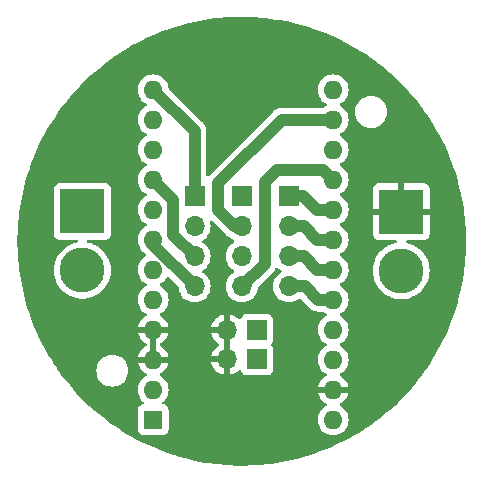
<source format=gbr>
%TF.GenerationSoftware,KiCad,Pcbnew,(7.0.0)*%
%TF.CreationDate,2023-11-14T12:38:22+01:00*%
%TF.ProjectId,Helios_PCB_section,48656c69-6f73-45f5-9043-425f73656374,rev?*%
%TF.SameCoordinates,Original*%
%TF.FileFunction,Copper,L2,Bot*%
%TF.FilePolarity,Positive*%
%FSLAX46Y46*%
G04 Gerber Fmt 4.6, Leading zero omitted, Abs format (unit mm)*
G04 Created by KiCad (PCBNEW (7.0.0)) date 2023-11-14 12:38:22*
%MOMM*%
%LPD*%
G01*
G04 APERTURE LIST*
%TA.AperFunction,ComponentPad*%
%ADD10R,1.700000X1.700000*%
%TD*%
%TA.AperFunction,ComponentPad*%
%ADD11O,1.700000X1.700000*%
%TD*%
%TA.AperFunction,ComponentPad*%
%ADD12R,1.600000X1.600000*%
%TD*%
%TA.AperFunction,ComponentPad*%
%ADD13O,1.600000X1.600000*%
%TD*%
%TA.AperFunction,ComponentPad*%
%ADD14R,3.800000X3.800000*%
%TD*%
%TA.AperFunction,ComponentPad*%
%ADD15C,3.800000*%
%TD*%
%TA.AperFunction,Conductor*%
%ADD16C,1.000000*%
%TD*%
G04 APERTURE END LIST*
D10*
%TO.P,J4,1,Pin_1*%
%TO.N,F0*%
X108999999Y-86199999D03*
D11*
%TO.P,J4,2,Pin_2*%
%TO.N,F1*%
X108999999Y-88739999D03*
%TO.P,J4,3,Pin_3*%
%TO.N,F2*%
X108999999Y-91279999D03*
%TO.P,J4,4,Pin_4*%
%TO.N,F3*%
X108999999Y-93819999D03*
%TD*%
D10*
%TO.P,J5,1,Pin_1*%
%TO.N,F7*%
X100999999Y-86199999D03*
D11*
%TO.P,J5,2,Pin_2*%
%TO.N,F6*%
X100999999Y-88739999D03*
%TO.P,J5,3,Pin_3*%
%TO.N,F5*%
X100999999Y-91279999D03*
%TO.P,J5,4,Pin_4*%
%TO.N,F4*%
X100999999Y-93819999D03*
%TD*%
D10*
%TO.P,J6,1,Pin_1*%
%TO.N,SCL1*%
X104999999Y-86199999D03*
D11*
%TO.P,J6,2,Pin_2*%
%TO.N,SDA1*%
X104999999Y-88739999D03*
%TO.P,J6,3,Pin_3*%
%TO.N,L1*%
X104999999Y-91279999D03*
%TO.P,J6,4,Pin_4*%
%TO.N,L0*%
X104999999Y-93819999D03*
%TD*%
D10*
%TO.P,J7,1,Pin_1*%
%TO.N,+5V*%
X106289999Y-99999999D03*
D11*
%TO.P,J7,2,Pin_2*%
%TO.N,GND*%
X103749999Y-99999999D03*
%TD*%
D10*
%TO.P,J2,1,Pin_1*%
%TO.N,+5V*%
X106274999Y-97499999D03*
D11*
%TO.P,J2,2,Pin_2*%
%TO.N,GND*%
X103734999Y-97499999D03*
%TD*%
D12*
%TO.P,U1,1,D1/TX*%
%TO.N,unconnected-(U1-D1{slash}TX-Pad1)*%
X97499999Y-105109999D03*
D13*
%TO.P,U1,2,D0/RX*%
%TO.N,unconnected-(U1-D0{slash}RX-Pad2)*%
X97499999Y-102569999D03*
%TO.P,U1,3,GND*%
%TO.N,GND*%
X97499999Y-100029999D03*
%TO.P,U1,4,GND*%
X97499999Y-97489999D03*
%TO.P,U1,5,D2*%
%TO.N,SDA*%
X97499999Y-94949999D03*
%TO.P,U1,6,~D3*%
%TO.N,SCL*%
X97499999Y-92409999D03*
%TO.P,U1,7,D4/A6*%
%TO.N,F4*%
X97499999Y-89869999D03*
%TO.P,U1,8,~D5*%
%TO.N,unconnected-(U1-~D5-Pad8)*%
X97499999Y-87329999D03*
%TO.P,U1,9,~D6/A7*%
%TO.N,F5*%
X97499999Y-84789999D03*
%TO.P,U1,10,D7*%
%TO.N,unconnected-(U1-D7-Pad10)*%
X97499999Y-82249999D03*
%TO.P,U1,11,D8/A8*%
%TO.N,F6*%
X97499999Y-79709999D03*
%TO.P,U1,12,~D9/A9*%
%TO.N,F7*%
X97499999Y-77169999D03*
%TO.P,U1,13,~D10/A10*%
%TO.N,SCL1*%
X112739999Y-77169999D03*
%TO.P,U1,14,D16*%
%TO.N,SDA1*%
X112739999Y-79709999D03*
%TO.P,U1,15,D14*%
%TO.N,L1*%
X112739999Y-82249999D03*
%TO.P,U1,16,D15*%
%TO.N,L0*%
X112739999Y-84789999D03*
%TO.P,U1,17,D18/A0*%
%TO.N,F0*%
X112739999Y-87329999D03*
%TO.P,U1,18,D19/A1*%
%TO.N,F1*%
X112739999Y-89869999D03*
%TO.P,U1,19,D20/A2*%
%TO.N,F2*%
X112739999Y-92409999D03*
%TO.P,U1,20,D21/A3*%
%TO.N,F3*%
X112739999Y-94949999D03*
%TO.P,U1,21,VCC*%
%TO.N,unconnected-(U1-VCC-Pad21)*%
X112739999Y-97489999D03*
%TO.P,U1,22,RST*%
%TO.N,unconnected-(U1-RST-Pad22)*%
X112739999Y-100029999D03*
%TO.P,U1,23,GND*%
%TO.N,GND*%
X112739999Y-102569999D03*
%TO.P,U1,24,RAW*%
%TO.N,+5V*%
X112739999Y-105109999D03*
%TD*%
D14*
%TO.P,J1,1,Pin_1*%
%TO.N,GND*%
X118499999Y-87499999D03*
D15*
%TO.P,J1,2,Pin_2*%
%TO.N,+5V*%
X118500000Y-92500000D03*
%TD*%
D14*
%TO.P,J3,1,Pin_1*%
%TO.N,SCL*%
X91499999Y-87474999D03*
D15*
%TO.P,J3,2,Pin_2*%
%TO.N,SDA*%
X91500000Y-92475000D03*
%TD*%
D16*
%TO.N,F0*%
X111330000Y-87330000D02*
X110200000Y-86200000D01*
X109000000Y-86200000D02*
X110200000Y-86200000D01*
X112740000Y-87330000D02*
X111330000Y-87330000D01*
%TO.N,F1*%
X109000000Y-88740000D02*
X110240000Y-88740000D01*
X111370000Y-89870000D02*
X110240000Y-88740000D01*
X112740000Y-89870000D02*
X111370000Y-89870000D01*
%TO.N,F2*%
X112740000Y-92410000D02*
X111410000Y-92410000D01*
X109000000Y-91280000D02*
X110280000Y-91280000D01*
X111410000Y-92410000D02*
X110280000Y-91280000D01*
%TO.N,F3*%
X111450000Y-94950000D02*
X110320000Y-93820000D01*
X112740000Y-94950000D02*
X111450000Y-94950000D01*
X109000000Y-93820000D02*
X110320000Y-93820000D01*
%TO.N,F4*%
X101000000Y-93820000D02*
X101000000Y-93788679D01*
X97500000Y-90288679D02*
X97500000Y-89870000D01*
X101000000Y-93788679D02*
X97500000Y-90288679D01*
%TO.N,F5*%
X99187000Y-89467000D02*
X99187000Y-86477000D01*
X99187000Y-86477000D02*
X97500000Y-84790000D01*
X101000000Y-91280000D02*
X99187000Y-89467000D01*
%TO.N,F7*%
X101000000Y-80670000D02*
X97500000Y-77170000D01*
X101000000Y-86200000D02*
X101000000Y-80670000D01*
%TO.N,SDA1*%
X104361000Y-88740000D02*
X102997000Y-87376000D01*
X102997000Y-85103000D02*
X108390000Y-79710000D01*
X108390000Y-79710000D02*
X112740000Y-79710000D01*
X105000000Y-88740000D02*
X104361000Y-88740000D01*
X102997000Y-87376000D02*
X102997000Y-85103000D01*
%TO.N,L0*%
X107950000Y-83947000D02*
X111897000Y-83947000D01*
X111897000Y-83947000D02*
X112740000Y-84790000D01*
X106934000Y-91886000D02*
X106934000Y-84963000D01*
X105000000Y-93820000D02*
X106934000Y-91886000D01*
X106934000Y-84963000D02*
X107950000Y-83947000D01*
%TD*%
%TA.AperFunction,Conductor*%
%TO.N,GND*%
G36*
X105341262Y-71005495D02*
G01*
X105720209Y-71018535D01*
X105720928Y-71018564D01*
X106204192Y-71040583D01*
X106208458Y-71040851D01*
X106585290Y-71071160D01*
X106586156Y-71071235D01*
X107068956Y-71115321D01*
X107073151Y-71115778D01*
X107447100Y-71163193D01*
X107447805Y-71163286D01*
X107929344Y-71229472D01*
X107933527Y-71230122D01*
X108303578Y-71294400D01*
X108304591Y-71294582D01*
X108783611Y-71382799D01*
X108787850Y-71383658D01*
X109153329Y-71464561D01*
X109153900Y-71464690D01*
X109629961Y-71574978D01*
X109634281Y-71576062D01*
X109994055Y-71673200D01*
X109994962Y-71673449D01*
X110466678Y-71805618D01*
X110470979Y-71806909D01*
X110824490Y-71919982D01*
X110825479Y-71920303D01*
X111292031Y-72074247D01*
X111296237Y-72075721D01*
X111642780Y-72204358D01*
X111643399Y-72204590D01*
X112104218Y-72380279D01*
X112108399Y-72381963D01*
X112447032Y-72525653D01*
X112447638Y-72525913D01*
X112901612Y-72723102D01*
X112905737Y-72724986D01*
X113070104Y-72803810D01*
X113235444Y-72883101D01*
X113236352Y-72883541D01*
X113395035Y-72961233D01*
X113682506Y-73101982D01*
X113686565Y-73104066D01*
X114007006Y-73276232D01*
X114007464Y-73276480D01*
X114445240Y-73516112D01*
X114449301Y-73518437D01*
X114759551Y-73703940D01*
X114759882Y-73704139D01*
X115188284Y-73964656D01*
X115192287Y-73967197D01*
X115478762Y-74156837D01*
X115491363Y-74165178D01*
X115492048Y-74165635D01*
X115745476Y-74336016D01*
X115910110Y-74446700D01*
X115914041Y-74449455D01*
X116201534Y-74659340D01*
X116201965Y-74659657D01*
X116447698Y-74841634D01*
X116609123Y-74961177D01*
X116612957Y-74964134D01*
X116888014Y-75184962D01*
X116888624Y-75185455D01*
X117283982Y-75507103D01*
X117287657Y-75510215D01*
X117549697Y-75741127D01*
X117550175Y-75741551D01*
X117933154Y-76083243D01*
X117936762Y-76086594D01*
X118185064Y-76326499D01*
X118185463Y-76326886D01*
X118555342Y-76688440D01*
X118558822Y-76691981D01*
X118792762Y-76939731D01*
X118793228Y-76940226D01*
X119012860Y-77175395D01*
X119149260Y-77321443D01*
X119152594Y-77325162D01*
X119372007Y-77579985D01*
X119618344Y-77869073D01*
X119713604Y-77980866D01*
X119716799Y-77984774D01*
X119920777Y-78244896D01*
X119920922Y-78245081D01*
X120123987Y-78506625D01*
X120247279Y-78665423D01*
X120250317Y-78669506D01*
X120438385Y-78933418D01*
X120438706Y-78933872D01*
X120749117Y-79373623D01*
X120751988Y-79377874D01*
X120923610Y-79643702D01*
X120923889Y-79644136D01*
X121218109Y-80104043D01*
X121220804Y-80108456D01*
X121375517Y-80374077D01*
X121375755Y-80374487D01*
X121653232Y-80855092D01*
X121655743Y-80859660D01*
X121793272Y-81122827D01*
X121793472Y-81123211D01*
X122053616Y-81625266D01*
X122055933Y-81629981D01*
X122175745Y-81887345D01*
X122175642Y-81887392D01*
X122175911Y-81887700D01*
X122418391Y-82412895D01*
X122420508Y-82417749D01*
X122522512Y-82666018D01*
X122522644Y-82666342D01*
X122746819Y-83216382D01*
X122748718Y-83221345D01*
X122758998Y-83250040D01*
X122832403Y-83454963D01*
X122832343Y-83454984D01*
X122832507Y-83455254D01*
X123038204Y-84034030D01*
X123039895Y-84039135D01*
X123105103Y-84251356D01*
X123105181Y-84251612D01*
X123291940Y-84864136D01*
X123293407Y-84869352D01*
X123339878Y-85049655D01*
X123339934Y-85049875D01*
X123507504Y-85704998D01*
X123508740Y-85710315D01*
X123536206Y-85841498D01*
X123536244Y-85841681D01*
X123684428Y-86554785D01*
X123685428Y-86560192D01*
X123693878Y-86612375D01*
X123693901Y-86612519D01*
X123822089Y-87410108D01*
X123822858Y-87415701D01*
X123920462Y-88269485D01*
X123920975Y-88275107D01*
X123979617Y-89132426D01*
X123979874Y-89138065D01*
X123999435Y-89997176D01*
X123999435Y-90002822D01*
X123979874Y-90861934D01*
X123979617Y-90867573D01*
X123920975Y-91724892D01*
X123920462Y-91730514D01*
X123822858Y-92584298D01*
X123822089Y-92589891D01*
X123693901Y-93387480D01*
X123693878Y-93387625D01*
X123685428Y-93439807D01*
X123684428Y-93445213D01*
X123536244Y-94158318D01*
X123536206Y-94158501D01*
X123508740Y-94289683D01*
X123507504Y-94295000D01*
X123339934Y-94950124D01*
X123339878Y-94950344D01*
X123293407Y-95130646D01*
X123291940Y-95135862D01*
X123105181Y-95748387D01*
X123105103Y-95748643D01*
X123039895Y-95960863D01*
X123038204Y-95965968D01*
X122832537Y-96544659D01*
X122832434Y-96544950D01*
X122748727Y-96778632D01*
X122746819Y-96783616D01*
X122522644Y-97333657D01*
X122522511Y-97333981D01*
X122420507Y-97582249D01*
X122418391Y-97587103D01*
X122175942Y-98112229D01*
X122175777Y-98112584D01*
X122055933Y-98370017D01*
X122053616Y-98374732D01*
X121793472Y-98876787D01*
X121793272Y-98877171D01*
X121655743Y-99140338D01*
X121653232Y-99144906D01*
X121375755Y-99625511D01*
X121375517Y-99625921D01*
X121220804Y-99891542D01*
X121218109Y-99895955D01*
X120923889Y-100355862D01*
X120923610Y-100356296D01*
X120751988Y-100622124D01*
X120749117Y-100626375D01*
X120438706Y-101066126D01*
X120438385Y-101066580D01*
X120250317Y-101330492D01*
X120247279Y-101334575D01*
X119920999Y-101754818D01*
X119920631Y-101755289D01*
X119716799Y-102015224D01*
X119713604Y-102019132D01*
X119372156Y-102419840D01*
X119371740Y-102420325D01*
X119152602Y-102674827D01*
X119149260Y-102678555D01*
X118793228Y-103059772D01*
X118792762Y-103060267D01*
X118558822Y-103308017D01*
X118555342Y-103311558D01*
X118185463Y-103673112D01*
X118184945Y-103673615D01*
X117936762Y-103913404D01*
X117933154Y-103916755D01*
X117550175Y-104258447D01*
X117549604Y-104258953D01*
X117287682Y-104489762D01*
X117283956Y-104492917D01*
X116888639Y-104814531D01*
X116888014Y-104815036D01*
X116612957Y-105035864D01*
X116609123Y-105038821D01*
X116202102Y-105340240D01*
X116201421Y-105340741D01*
X115914041Y-105550543D01*
X115910110Y-105553298D01*
X115492100Y-105834328D01*
X115491363Y-105834820D01*
X115192287Y-106032801D01*
X115188269Y-106035351D01*
X114760171Y-106295684D01*
X114759376Y-106296163D01*
X114449306Y-106481558D01*
X114445212Y-106483902D01*
X114007678Y-106723402D01*
X114006826Y-106723863D01*
X113686615Y-106895906D01*
X113682454Y-106898042D01*
X113236352Y-107116457D01*
X113235444Y-107116897D01*
X112905782Y-107274991D01*
X112901565Y-107276917D01*
X112447828Y-107474003D01*
X112446862Y-107474418D01*
X112108439Y-107618019D01*
X112104177Y-107619735D01*
X111643581Y-107795339D01*
X111642559Y-107795723D01*
X111296282Y-107924261D01*
X111291985Y-107925767D01*
X110825568Y-108079666D01*
X110824490Y-108080016D01*
X110470979Y-108193089D01*
X110466657Y-108194386D01*
X109995066Y-108326520D01*
X109993933Y-108326831D01*
X109634289Y-108423934D01*
X109629953Y-108425022D01*
X109154186Y-108535243D01*
X109153000Y-108535511D01*
X108787901Y-108616329D01*
X108783559Y-108617209D01*
X108304718Y-108705393D01*
X108303481Y-108705615D01*
X107933602Y-108769864D01*
X107929266Y-108770538D01*
X107448098Y-108836673D01*
X107446811Y-108836843D01*
X107073213Y-108884213D01*
X107068891Y-108884684D01*
X106586411Y-108928741D01*
X106585076Y-108928856D01*
X106208473Y-108959146D01*
X106204176Y-108959416D01*
X105721321Y-108981417D01*
X105719942Y-108981473D01*
X105375751Y-108993317D01*
X105341262Y-108994504D01*
X105336999Y-108994577D01*
X104854540Y-108994577D01*
X104853119Y-108994569D01*
X104837158Y-108994385D01*
X104473320Y-108990214D01*
X104469098Y-108990093D01*
X103988069Y-108968176D01*
X103986608Y-108968101D01*
X103606523Y-108946287D01*
X103602352Y-108945977D01*
X103123610Y-108902262D01*
X103122113Y-108902116D01*
X102742612Y-108862815D01*
X102738500Y-108862320D01*
X102263082Y-108796975D01*
X102261553Y-108796755D01*
X101883403Y-108739969D01*
X101879359Y-108739293D01*
X101408192Y-108652522D01*
X101406633Y-108652225D01*
X101030743Y-108578016D01*
X101026774Y-108577165D01*
X100560675Y-108469185D01*
X100559092Y-108468807D01*
X100186346Y-108377282D01*
X100182460Y-108376261D01*
X99722433Y-108247367D01*
X99720830Y-108246906D01*
X99351996Y-108138190D01*
X99348199Y-108137004D01*
X98895117Y-107987503D01*
X98893497Y-107986956D01*
X98529483Y-107861254D01*
X98525784Y-107859911D01*
X98080487Y-107690139D01*
X98078855Y-107689503D01*
X97720450Y-107547030D01*
X97716854Y-107545535D01*
X97280278Y-107355903D01*
X97278639Y-107355177D01*
X96926625Y-107196188D01*
X96923139Y-107194548D01*
X96496104Y-106985466D01*
X96494463Y-106984647D01*
X96149653Y-106809456D01*
X96146282Y-106807678D01*
X95729656Y-106579623D01*
X95728018Y-106578710D01*
X95391151Y-106387638D01*
X95387900Y-106385728D01*
X94982524Y-106139213D01*
X94980894Y-106138205D01*
X94652731Y-105931632D01*
X94649605Y-105929598D01*
X94256167Y-105665087D01*
X94254552Y-105663982D01*
X93935902Y-105442371D01*
X93932905Y-105440220D01*
X93552299Y-105158364D01*
X93550703Y-105157162D01*
X93242145Y-104920865D01*
X93239300Y-104918619D01*
X92872208Y-104619967D01*
X92870637Y-104618668D01*
X92572999Y-104368273D01*
X92570274Y-104365912D01*
X92217333Y-104051021D01*
X92215792Y-104049622D01*
X92104737Y-103947141D01*
X91929786Y-103785696D01*
X91927202Y-103783242D01*
X91589146Y-103452796D01*
X91587692Y-103451351D01*
X91313815Y-103174315D01*
X91311389Y-103171791D01*
X90988940Y-102826532D01*
X90987478Y-102824938D01*
X90757577Y-102570000D01*
X96194532Y-102570000D01*
X96214365Y-102796692D01*
X96215762Y-102801907D01*
X96215764Y-102801916D01*
X96271858Y-103011263D01*
X96271861Y-103011271D01*
X96273261Y-103016496D01*
X96369432Y-103222734D01*
X96499953Y-103409139D01*
X96660861Y-103570047D01*
X96685463Y-103587273D01*
X96724600Y-103632114D01*
X96738334Y-103690028D01*
X96723501Y-103747669D01*
X96683517Y-103791758D01*
X96627595Y-103812138D01*
X96600230Y-103815079D01*
X96600223Y-103815080D01*
X96592517Y-103815909D01*
X96585252Y-103818618D01*
X96585246Y-103818620D01*
X96465980Y-103863104D01*
X96465978Y-103863104D01*
X96457669Y-103866204D01*
X96450572Y-103871516D01*
X96450568Y-103871519D01*
X96349550Y-103947141D01*
X96349546Y-103947144D01*
X96342454Y-103952454D01*
X96337144Y-103959546D01*
X96337141Y-103959550D01*
X96261519Y-104060568D01*
X96261516Y-104060572D01*
X96256204Y-104067669D01*
X96253104Y-104075978D01*
X96253104Y-104075980D01*
X96208620Y-104195247D01*
X96208619Y-104195250D01*
X96205909Y-104202517D01*
X96205079Y-104210227D01*
X96205079Y-104210232D01*
X96199855Y-104258819D01*
X96199854Y-104258831D01*
X96199500Y-104262127D01*
X96199500Y-104265448D01*
X96199500Y-104265449D01*
X96199500Y-105954560D01*
X96199500Y-105954578D01*
X96199501Y-105957872D01*
X96199853Y-105961150D01*
X96199854Y-105961161D01*
X96205079Y-106009768D01*
X96205080Y-106009773D01*
X96205909Y-106017483D01*
X96208619Y-106024749D01*
X96208620Y-106024753D01*
X96211622Y-106032801D01*
X96256204Y-106152331D01*
X96342454Y-106267546D01*
X96457669Y-106353796D01*
X96592517Y-106404091D01*
X96652127Y-106410500D01*
X98347872Y-106410499D01*
X98407483Y-106404091D01*
X98542331Y-106353796D01*
X98657546Y-106267546D01*
X98743796Y-106152331D01*
X98794091Y-106017483D01*
X98800500Y-105957873D01*
X98800499Y-105110000D01*
X111434532Y-105110000D01*
X111454365Y-105336692D01*
X111455762Y-105341907D01*
X111455764Y-105341916D01*
X111511858Y-105551263D01*
X111511861Y-105551271D01*
X111513261Y-105556496D01*
X111609432Y-105762734D01*
X111739953Y-105949139D01*
X111900861Y-106110047D01*
X112087266Y-106240568D01*
X112293504Y-106336739D01*
X112298734Y-106338140D01*
X112298736Y-106338141D01*
X112476334Y-106385728D01*
X112513308Y-106395635D01*
X112740000Y-106415468D01*
X112966692Y-106395635D01*
X113186496Y-106336739D01*
X113392734Y-106240568D01*
X113579139Y-106110047D01*
X113740047Y-105949139D01*
X113870568Y-105762734D01*
X113966739Y-105556496D01*
X114025635Y-105336692D01*
X114045468Y-105110000D01*
X114025635Y-104883308D01*
X113966739Y-104663504D01*
X113870568Y-104457266D01*
X113740047Y-104270861D01*
X113579139Y-104109953D01*
X113392734Y-103979432D01*
X113387831Y-103977145D01*
X113387823Y-103977141D01*
X113334134Y-103952106D01*
X113281958Y-103906349D01*
X113262539Y-103839723D01*
X113281959Y-103773098D01*
X113334135Y-103727341D01*
X113387585Y-103702417D01*
X113396912Y-103697032D01*
X113574381Y-103572767D01*
X113582647Y-103565830D01*
X113735830Y-103412647D01*
X113742767Y-103404381D01*
X113867032Y-103226912D01*
X113872420Y-103217580D01*
X113963977Y-103021234D01*
X113967669Y-103011092D01*
X114015179Y-102833780D01*
X114015547Y-102822551D01*
X114004605Y-102820000D01*
X111475395Y-102820000D01*
X111464452Y-102822551D01*
X111464820Y-102833780D01*
X111512330Y-103011092D01*
X111516022Y-103021234D01*
X111607579Y-103217580D01*
X111612967Y-103226912D01*
X111737232Y-103404381D01*
X111744169Y-103412647D01*
X111897352Y-103565830D01*
X111905618Y-103572767D01*
X112083087Y-103697032D01*
X112092423Y-103702422D01*
X112145864Y-103727342D01*
X112198040Y-103773098D01*
X112217460Y-103839723D01*
X112198041Y-103906348D01*
X112145865Y-103952106D01*
X112087266Y-103979432D01*
X112082833Y-103982535D01*
X112082826Y-103982540D01*
X111905296Y-104106847D01*
X111905291Y-104106850D01*
X111900861Y-104109953D01*
X111897037Y-104113776D01*
X111897031Y-104113782D01*
X111743782Y-104267031D01*
X111743776Y-104267037D01*
X111739953Y-104270861D01*
X111736850Y-104275291D01*
X111736847Y-104275296D01*
X111612540Y-104452826D01*
X111612535Y-104452833D01*
X111609432Y-104457266D01*
X111607144Y-104462172D01*
X111607142Y-104462176D01*
X111515550Y-104658594D01*
X111515547Y-104658599D01*
X111513261Y-104663504D01*
X111511862Y-104668724D01*
X111511858Y-104668736D01*
X111455764Y-104878083D01*
X111455762Y-104878094D01*
X111454365Y-104883308D01*
X111434532Y-105110000D01*
X98800499Y-105110000D01*
X98800499Y-104262128D01*
X98794091Y-104202517D01*
X98743796Y-104067669D01*
X98657546Y-103952454D01*
X98609858Y-103916755D01*
X98549431Y-103871519D01*
X98549430Y-103871518D01*
X98542331Y-103866204D01*
X98407483Y-103815909D01*
X98399770Y-103815079D01*
X98399767Y-103815079D01*
X98372402Y-103812137D01*
X98316480Y-103791757D01*
X98276497Y-103747667D01*
X98261665Y-103690025D01*
X98275400Y-103632112D01*
X98314536Y-103587273D01*
X98339139Y-103570047D01*
X98500047Y-103409139D01*
X98630568Y-103222734D01*
X98726739Y-103016496D01*
X98785635Y-102796692D01*
X98805468Y-102570000D01*
X98785635Y-102343308D01*
X98772708Y-102295063D01*
X98728141Y-102128736D01*
X98728140Y-102128734D01*
X98726739Y-102123504D01*
X98630568Y-101917266D01*
X98500047Y-101730861D01*
X98339139Y-101569953D01*
X98152734Y-101439432D01*
X98147831Y-101437145D01*
X98147823Y-101437141D01*
X98094134Y-101412106D01*
X98041958Y-101366349D01*
X98022539Y-101299723D01*
X98041959Y-101233098D01*
X98094135Y-101187341D01*
X98147585Y-101162417D01*
X98156912Y-101157032D01*
X98334381Y-101032767D01*
X98342647Y-101025830D01*
X98495830Y-100872647D01*
X98502767Y-100864381D01*
X98627032Y-100686912D01*
X98632421Y-100677579D01*
X98723977Y-100481234D01*
X98727669Y-100471092D01*
X98775179Y-100293780D01*
X98775547Y-100282551D01*
X98764605Y-100280000D01*
X96235395Y-100280000D01*
X96224452Y-100282551D01*
X96224820Y-100293780D01*
X96272330Y-100471092D01*
X96276022Y-100481234D01*
X96367579Y-100677579D01*
X96372967Y-100686912D01*
X96497232Y-100864381D01*
X96504169Y-100872647D01*
X96657352Y-101025830D01*
X96665618Y-101032767D01*
X96843087Y-101157032D01*
X96852423Y-101162422D01*
X96905864Y-101187342D01*
X96958040Y-101233098D01*
X96977460Y-101299723D01*
X96958041Y-101366348D01*
X96905866Y-101412106D01*
X96878868Y-101424695D01*
X96847266Y-101439432D01*
X96842833Y-101442535D01*
X96842826Y-101442540D01*
X96665296Y-101566847D01*
X96665291Y-101566850D01*
X96660861Y-101569953D01*
X96657037Y-101573776D01*
X96657031Y-101573782D01*
X96503782Y-101727031D01*
X96503776Y-101727037D01*
X96499953Y-101730861D01*
X96496850Y-101735291D01*
X96496847Y-101735296D01*
X96372540Y-101912826D01*
X96372535Y-101912833D01*
X96369432Y-101917266D01*
X96367144Y-101922172D01*
X96367142Y-101922176D01*
X96275550Y-102118594D01*
X96275547Y-102118599D01*
X96273261Y-102123504D01*
X96271862Y-102128724D01*
X96271858Y-102128736D01*
X96215764Y-102338083D01*
X96215762Y-102338094D01*
X96214365Y-102343308D01*
X96194532Y-102570000D01*
X90757577Y-102570000D01*
X90726427Y-102535458D01*
X90724131Y-102532839D01*
X90417927Y-102173493D01*
X90416570Y-102171871D01*
X90168807Y-101870411D01*
X90166708Y-101867784D01*
X89877356Y-101495105D01*
X89875997Y-101493321D01*
X89731641Y-101300274D01*
X89642166Y-101180620D01*
X89640176Y-101177880D01*
X89486379Y-100960000D01*
X92684341Y-100960000D01*
X92684813Y-100965395D01*
X92704279Y-101187893D01*
X92704937Y-101195408D01*
X92706336Y-101200630D01*
X92706337Y-101200634D01*
X92764694Y-101418430D01*
X92764697Y-101418438D01*
X92766097Y-101423663D01*
X92768385Y-101428570D01*
X92768386Y-101428572D01*
X92775099Y-101442967D01*
X92865965Y-101637829D01*
X93001505Y-101831401D01*
X93168599Y-101998495D01*
X93362171Y-102134035D01*
X93576337Y-102233903D01*
X93804592Y-102295063D01*
X93981034Y-102310500D01*
X94096258Y-102310500D01*
X94098966Y-102310500D01*
X94275408Y-102295063D01*
X94503663Y-102233903D01*
X94717829Y-102134035D01*
X94911401Y-101998495D01*
X95078495Y-101831401D01*
X95214035Y-101637830D01*
X95313903Y-101423663D01*
X95375063Y-101195408D01*
X95395659Y-100960000D01*
X95375063Y-100724592D01*
X95313903Y-100496337D01*
X95214035Y-100282171D01*
X95193295Y-100252551D01*
X102422688Y-100252551D01*
X102423056Y-100263780D01*
X102475168Y-100458263D01*
X102478856Y-100468397D01*
X102574113Y-100672676D01*
X102579501Y-100682008D01*
X102708784Y-100866643D01*
X102715721Y-100874909D01*
X102875090Y-101034278D01*
X102883356Y-101041215D01*
X103067991Y-101170498D01*
X103077323Y-101175886D01*
X103281602Y-101271143D01*
X103291736Y-101274831D01*
X103486219Y-101326943D01*
X103497448Y-101327311D01*
X103500000Y-101316369D01*
X103500000Y-100266326D01*
X103496549Y-100253450D01*
X103483674Y-100250000D01*
X102433631Y-100250000D01*
X102422688Y-100252551D01*
X95193295Y-100252551D01*
X95078495Y-100088599D01*
X94911401Y-99921505D01*
X94750295Y-99808698D01*
X94722268Y-99789073D01*
X94722266Y-99789072D01*
X94717829Y-99785965D01*
X94699564Y-99777448D01*
X96224452Y-99777448D01*
X96235395Y-99780000D01*
X97233674Y-99780000D01*
X97246549Y-99776549D01*
X97250000Y-99763674D01*
X97750000Y-99763674D01*
X97753450Y-99776549D01*
X97766326Y-99780000D01*
X98764605Y-99780000D01*
X98775547Y-99777448D01*
X98775179Y-99766219D01*
X98727669Y-99588907D01*
X98723977Y-99578765D01*
X98632420Y-99382419D01*
X98627032Y-99373087D01*
X98502767Y-99195618D01*
X98495830Y-99187352D01*
X98342647Y-99034169D01*
X98334381Y-99027232D01*
X98156912Y-98902967D01*
X98147576Y-98897577D01*
X98093544Y-98872382D01*
X98041368Y-98826625D01*
X98021948Y-98760000D01*
X98041368Y-98693375D01*
X98093544Y-98647618D01*
X98147576Y-98622422D01*
X98156912Y-98617032D01*
X98334381Y-98492767D01*
X98342647Y-98485830D01*
X98495830Y-98332647D01*
X98502767Y-98324381D01*
X98627032Y-98146912D01*
X98632420Y-98137580D01*
X98723977Y-97941234D01*
X98727669Y-97931092D01*
X98775179Y-97753780D01*
X98775219Y-97752551D01*
X102407688Y-97752551D01*
X102408056Y-97763780D01*
X102460168Y-97958263D01*
X102463856Y-97968397D01*
X102559113Y-98172676D01*
X102564501Y-98182008D01*
X102693784Y-98366643D01*
X102700721Y-98374909D01*
X102860090Y-98534278D01*
X102868356Y-98541215D01*
X103028968Y-98653677D01*
X103067833Y-98697995D01*
X103081844Y-98755252D01*
X103067833Y-98812509D01*
X103028968Y-98856827D01*
X102883352Y-98958788D01*
X102875092Y-98965719D01*
X102715719Y-99125092D01*
X102708784Y-99133357D01*
X102579508Y-99317982D01*
X102574110Y-99327332D01*
X102478856Y-99531602D01*
X102475168Y-99541736D01*
X102423056Y-99736219D01*
X102422688Y-99747448D01*
X102433631Y-99750000D01*
X103483674Y-99750000D01*
X103496549Y-99746549D01*
X103500000Y-99733674D01*
X103500000Y-98906326D01*
X103489225Y-98866114D01*
X103485000Y-98834020D01*
X103485000Y-98593674D01*
X103985000Y-98593674D01*
X103995775Y-98633886D01*
X104000000Y-98665980D01*
X104000000Y-101316369D01*
X104002551Y-101327311D01*
X104013780Y-101326943D01*
X104208263Y-101274831D01*
X104218397Y-101271143D01*
X104422676Y-101175886D01*
X104432008Y-101170498D01*
X104616643Y-101041215D01*
X104624902Y-101034284D01*
X104743133Y-100916053D01*
X104795880Y-100884757D01*
X104857173Y-100882568D01*
X104912018Y-100910021D01*
X104946997Y-100960401D01*
X104996204Y-101092331D01*
X105001518Y-101099430D01*
X105001519Y-101099431D01*
X105067328Y-101187341D01*
X105082454Y-101207546D01*
X105197669Y-101293796D01*
X105332517Y-101344091D01*
X105392127Y-101350500D01*
X107187872Y-101350499D01*
X107247483Y-101344091D01*
X107382331Y-101293796D01*
X107497546Y-101207546D01*
X107583796Y-101092331D01*
X107634091Y-100957483D01*
X107640500Y-100897873D01*
X107640499Y-99102128D01*
X107634091Y-99042517D01*
X107583796Y-98907669D01*
X107513894Y-98814292D01*
X107491995Y-98766339D01*
X107491995Y-98713622D01*
X107513895Y-98665670D01*
X107563478Y-98599436D01*
X107563481Y-98599431D01*
X107568796Y-98592331D01*
X107619091Y-98457483D01*
X107625500Y-98397873D01*
X107625499Y-96602128D01*
X107619091Y-96542517D01*
X107568796Y-96407669D01*
X107482546Y-96292454D01*
X107475125Y-96286899D01*
X107374431Y-96211519D01*
X107374430Y-96211518D01*
X107367331Y-96206204D01*
X107277470Y-96172688D01*
X107239752Y-96158620D01*
X107239750Y-96158619D01*
X107232483Y-96155909D01*
X107224770Y-96155079D01*
X107224767Y-96155079D01*
X107176180Y-96149855D01*
X107176169Y-96149854D01*
X107172873Y-96149500D01*
X107169550Y-96149500D01*
X105380439Y-96149500D01*
X105380420Y-96149500D01*
X105377128Y-96149501D01*
X105373850Y-96149853D01*
X105373838Y-96149854D01*
X105325231Y-96155079D01*
X105325225Y-96155080D01*
X105317517Y-96155909D01*
X105310252Y-96158618D01*
X105310246Y-96158620D01*
X105190980Y-96203104D01*
X105190978Y-96203104D01*
X105182669Y-96206204D01*
X105175572Y-96211516D01*
X105175568Y-96211519D01*
X105074550Y-96287141D01*
X105074546Y-96287144D01*
X105067454Y-96292454D01*
X105062144Y-96299546D01*
X105062141Y-96299550D01*
X104986519Y-96400568D01*
X104986516Y-96400572D01*
X104981204Y-96407669D01*
X104978104Y-96415978D01*
X104978105Y-96415978D01*
X104931997Y-96539599D01*
X104897018Y-96589978D01*
X104842173Y-96617431D01*
X104780880Y-96615242D01*
X104728134Y-96583946D01*
X104609909Y-96465721D01*
X104601643Y-96458784D01*
X104417008Y-96329501D01*
X104407676Y-96324113D01*
X104203397Y-96228856D01*
X104193263Y-96225168D01*
X103998780Y-96173056D01*
X103987551Y-96172688D01*
X103985000Y-96183631D01*
X103985000Y-98593674D01*
X103485000Y-98593674D01*
X103485000Y-97766326D01*
X103481549Y-97753450D01*
X103468674Y-97750000D01*
X102418631Y-97750000D01*
X102407688Y-97752551D01*
X98775219Y-97752551D01*
X98775547Y-97742551D01*
X98764605Y-97740000D01*
X97766326Y-97740000D01*
X97753450Y-97743450D01*
X97750000Y-97756326D01*
X97750000Y-99763674D01*
X97250000Y-99763674D01*
X97250000Y-97756326D01*
X97246549Y-97743450D01*
X97233674Y-97740000D01*
X96235395Y-97740000D01*
X96224452Y-97742551D01*
X96224820Y-97753780D01*
X96272330Y-97931092D01*
X96276022Y-97941234D01*
X96367579Y-98137580D01*
X96372967Y-98146912D01*
X96497232Y-98324381D01*
X96504169Y-98332647D01*
X96657352Y-98485830D01*
X96665618Y-98492767D01*
X96843087Y-98617032D01*
X96852419Y-98622420D01*
X96906456Y-98647618D01*
X96958632Y-98693375D01*
X96978051Y-98760000D01*
X96958632Y-98826625D01*
X96906456Y-98872382D01*
X96852419Y-98897579D01*
X96843087Y-98902967D01*
X96665618Y-99027232D01*
X96657352Y-99034169D01*
X96504169Y-99187352D01*
X96497232Y-99195618D01*
X96372967Y-99373087D01*
X96367579Y-99382419D01*
X96276022Y-99578765D01*
X96272330Y-99588907D01*
X96224820Y-99766219D01*
X96224452Y-99777448D01*
X94699564Y-99777448D01*
X94611149Y-99736219D01*
X94508572Y-99688386D01*
X94508570Y-99688385D01*
X94503663Y-99686097D01*
X94498438Y-99684697D01*
X94498430Y-99684694D01*
X94280634Y-99626337D01*
X94280630Y-99626336D01*
X94275408Y-99624937D01*
X94270020Y-99624465D01*
X94270017Y-99624465D01*
X94101664Y-99609736D01*
X94101662Y-99609735D01*
X94098966Y-99609500D01*
X93981034Y-99609500D01*
X93978338Y-99609735D01*
X93978335Y-99609736D01*
X93809982Y-99624465D01*
X93809977Y-99624465D01*
X93804592Y-99624937D01*
X93799371Y-99626335D01*
X93799365Y-99626337D01*
X93581569Y-99684694D01*
X93581557Y-99684698D01*
X93576337Y-99686097D01*
X93571432Y-99688383D01*
X93571427Y-99688386D01*
X93367081Y-99783675D01*
X93367077Y-99783677D01*
X93362171Y-99785965D01*
X93357738Y-99789068D01*
X93357731Y-99789073D01*
X93173034Y-99918399D01*
X93173029Y-99918402D01*
X93168599Y-99921505D01*
X93164775Y-99925328D01*
X93164769Y-99925334D01*
X93005336Y-100084767D01*
X93005330Y-100084773D01*
X93001505Y-100088599D01*
X92998406Y-100093023D01*
X92998399Y-100093033D01*
X92869066Y-100277740D01*
X92869061Y-100277747D01*
X92865965Y-100282170D01*
X92863683Y-100287061D01*
X92863678Y-100287072D01*
X92768386Y-100491427D01*
X92768383Y-100491432D01*
X92766097Y-100496337D01*
X92764698Y-100501557D01*
X92764694Y-100501569D01*
X92706337Y-100719365D01*
X92706335Y-100719371D01*
X92704937Y-100724592D01*
X92704465Y-100729977D01*
X92704465Y-100729982D01*
X92689487Y-100901180D01*
X92684341Y-100960000D01*
X89486379Y-100960000D01*
X89368274Y-100792683D01*
X89366991Y-100790830D01*
X89318495Y-100719365D01*
X89147584Y-100467503D01*
X89145749Y-100464718D01*
X89141619Y-100458263D01*
X88891759Y-100067696D01*
X88890550Y-100065767D01*
X88686117Y-99732593D01*
X88684446Y-99729785D01*
X88623912Y-99624937D01*
X88448829Y-99321686D01*
X88447723Y-99319727D01*
X88258679Y-98977347D01*
X88257145Y-98974479D01*
X88249013Y-98958784D01*
X88040446Y-98556268D01*
X88039400Y-98554200D01*
X87866182Y-98203371D01*
X87864794Y-98200464D01*
X87856273Y-98182008D01*
X87667416Y-97772959D01*
X87666496Y-97770914D01*
X87509420Y-97412228D01*
X87508226Y-97409402D01*
X87442220Y-97247448D01*
X102407688Y-97247448D01*
X102418631Y-97250000D01*
X103468674Y-97250000D01*
X103481549Y-97246549D01*
X103485000Y-97233674D01*
X103485000Y-96183631D01*
X103482448Y-96172688D01*
X103471219Y-96173056D01*
X103276736Y-96225168D01*
X103266602Y-96228856D01*
X103062332Y-96324110D01*
X103052982Y-96329508D01*
X102868357Y-96458784D01*
X102860092Y-96465719D01*
X102700719Y-96625092D01*
X102693784Y-96633357D01*
X102564508Y-96817982D01*
X102559110Y-96827332D01*
X102463856Y-97031602D01*
X102460168Y-97041736D01*
X102408056Y-97236219D01*
X102407688Y-97247448D01*
X87442220Y-97247448D01*
X87330561Y-96973480D01*
X87329685Y-96971269D01*
X87189189Y-96605681D01*
X87188147Y-96602864D01*
X87030518Y-96159336D01*
X87029776Y-96157180D01*
X86906139Y-95785388D01*
X86905219Y-95782498D01*
X86767983Y-95332401D01*
X86767335Y-95330194D01*
X86660842Y-94953012D01*
X86660046Y-94950049D01*
X86660033Y-94950000D01*
X96194532Y-94950000D01*
X96195004Y-94955395D01*
X96212472Y-95155063D01*
X96214365Y-95176692D01*
X96215762Y-95181907D01*
X96215764Y-95181916D01*
X96271858Y-95391263D01*
X96271861Y-95391271D01*
X96273261Y-95396496D01*
X96369432Y-95602734D01*
X96499953Y-95789139D01*
X96660861Y-95950047D01*
X96847266Y-96080568D01*
X96852175Y-96082857D01*
X96852180Y-96082860D01*
X96905864Y-96107893D01*
X96958040Y-96153649D01*
X96977460Y-96220274D01*
X96958041Y-96286899D01*
X96905866Y-96332657D01*
X96852416Y-96357581D01*
X96843087Y-96362967D01*
X96665618Y-96487232D01*
X96657352Y-96494169D01*
X96504169Y-96647352D01*
X96497232Y-96655618D01*
X96372967Y-96833087D01*
X96367579Y-96842419D01*
X96276022Y-97038765D01*
X96272330Y-97048907D01*
X96224820Y-97226219D01*
X96224452Y-97237448D01*
X96235395Y-97240000D01*
X98764605Y-97240000D01*
X98775547Y-97237448D01*
X98775179Y-97226219D01*
X98727669Y-97048907D01*
X98723977Y-97038765D01*
X98632420Y-96842419D01*
X98627032Y-96833087D01*
X98502767Y-96655618D01*
X98495830Y-96647352D01*
X98342647Y-96494169D01*
X98334381Y-96487232D01*
X98156912Y-96362967D01*
X98147579Y-96357579D01*
X98094134Y-96332657D01*
X98041958Y-96286899D01*
X98022539Y-96220274D01*
X98041959Y-96153649D01*
X98094131Y-96107894D01*
X98152734Y-96080568D01*
X98339139Y-95950047D01*
X98500047Y-95789139D01*
X98630568Y-95602734D01*
X98726739Y-95396496D01*
X98785635Y-95176692D01*
X98805468Y-94950000D01*
X98785635Y-94723308D01*
X98726739Y-94503504D01*
X98630568Y-94297266D01*
X98500047Y-94110861D01*
X98339139Y-93949953D01*
X98152734Y-93819432D01*
X98094724Y-93792381D01*
X98042549Y-93746625D01*
X98023130Y-93680000D01*
X98042549Y-93613375D01*
X98094725Y-93567618D01*
X98152734Y-93540568D01*
X98339139Y-93410047D01*
X98500047Y-93249139D01*
X98630568Y-93062734D01*
X98632861Y-93057816D01*
X98633079Y-93057439D01*
X98671574Y-93016333D01*
X98724281Y-92996493D01*
X98780327Y-93002012D01*
X98828151Y-93031751D01*
X99615105Y-93818705D01*
X99639806Y-93853981D01*
X99650952Y-93895577D01*
X99655710Y-93949953D01*
X99664937Y-94055408D01*
X99666336Y-94060630D01*
X99666337Y-94060634D01*
X99724694Y-94278430D01*
X99724697Y-94278438D01*
X99726097Y-94283663D01*
X99728385Y-94288570D01*
X99728386Y-94288572D01*
X99823678Y-94492927D01*
X99823681Y-94492933D01*
X99825965Y-94497830D01*
X99829064Y-94502257D01*
X99829066Y-94502259D01*
X99958399Y-94686966D01*
X99958402Y-94686970D01*
X99961505Y-94691401D01*
X100128599Y-94858495D01*
X100133031Y-94861598D01*
X100133033Y-94861600D01*
X100259459Y-94950124D01*
X100322170Y-94994035D01*
X100536337Y-95093903D01*
X100764592Y-95155063D01*
X101000000Y-95175659D01*
X101235408Y-95155063D01*
X101463663Y-95093903D01*
X101677830Y-94994035D01*
X101871401Y-94858495D01*
X102038495Y-94691401D01*
X102174035Y-94497830D01*
X102273903Y-94283663D01*
X102335063Y-94055408D01*
X102355659Y-93820000D01*
X102335063Y-93584592D01*
X102282641Y-93388949D01*
X102275305Y-93361569D01*
X102275304Y-93361567D01*
X102273903Y-93356337D01*
X102174035Y-93142171D01*
X102038495Y-92948599D01*
X101871401Y-92781505D01*
X101866968Y-92778401D01*
X101866961Y-92778395D01*
X101685842Y-92651575D01*
X101646976Y-92607257D01*
X101632965Y-92550000D01*
X101646976Y-92492743D01*
X101685842Y-92448425D01*
X101866961Y-92321604D01*
X101866961Y-92321603D01*
X101871401Y-92318495D01*
X102038495Y-92151401D01*
X102174035Y-91957830D01*
X102273903Y-91743663D01*
X102335063Y-91515408D01*
X102355659Y-91280000D01*
X102335063Y-91044592D01*
X102273903Y-90816337D01*
X102174035Y-90602171D01*
X102038495Y-90408599D01*
X101871401Y-90241505D01*
X101866968Y-90238401D01*
X101866961Y-90238395D01*
X101685842Y-90111575D01*
X101646976Y-90067257D01*
X101632965Y-90010000D01*
X101646976Y-89952743D01*
X101685842Y-89908425D01*
X101866961Y-89781604D01*
X101866961Y-89781603D01*
X101871401Y-89778495D01*
X102038495Y-89611401D01*
X102174035Y-89417830D01*
X102273903Y-89203663D01*
X102335063Y-88975408D01*
X102355659Y-88740000D01*
X102335063Y-88504592D01*
X102317355Y-88438504D01*
X102317355Y-88374320D01*
X102349449Y-88318732D01*
X102405036Y-88286638D01*
X102469223Y-88286638D01*
X102524811Y-88318732D01*
X103643450Y-89437371D01*
X103645643Y-89439620D01*
X103686387Y-89482483D01*
X103705941Y-89503053D01*
X103742744Y-89528668D01*
X103754352Y-89536748D01*
X103761875Y-89542421D01*
X103802712Y-89575719D01*
X103802717Y-89575722D01*
X103807593Y-89579698D01*
X103813168Y-89582610D01*
X103834556Y-89593782D01*
X103847980Y-89601915D01*
X103872951Y-89619295D01*
X103927163Y-89642559D01*
X103935673Y-89646601D01*
X103987951Y-89673909D01*
X104007596Y-89679529D01*
X104061167Y-89711063D01*
X104128599Y-89778495D01*
X104133032Y-89781599D01*
X104133038Y-89781604D01*
X104314158Y-89908425D01*
X104353024Y-89952743D01*
X104367035Y-90010000D01*
X104353024Y-90067257D01*
X104314159Y-90111575D01*
X104133041Y-90238395D01*
X104128599Y-90241505D01*
X104124775Y-90245328D01*
X104124769Y-90245334D01*
X103965334Y-90404769D01*
X103965328Y-90404775D01*
X103961505Y-90408599D01*
X103958402Y-90413029D01*
X103958399Y-90413034D01*
X103829073Y-90597731D01*
X103829068Y-90597738D01*
X103825965Y-90602171D01*
X103823677Y-90607077D01*
X103823675Y-90607081D01*
X103728386Y-90811427D01*
X103728383Y-90811432D01*
X103726097Y-90816337D01*
X103724698Y-90821557D01*
X103724694Y-90821569D01*
X103666337Y-91039365D01*
X103666335Y-91039371D01*
X103664937Y-91044592D01*
X103664465Y-91049977D01*
X103664465Y-91049982D01*
X103650750Y-91206744D01*
X103644341Y-91280000D01*
X103644813Y-91285395D01*
X103656045Y-91413782D01*
X103664937Y-91515408D01*
X103666336Y-91520630D01*
X103666337Y-91520634D01*
X103724694Y-91738430D01*
X103724697Y-91738438D01*
X103726097Y-91743663D01*
X103728385Y-91748570D01*
X103728386Y-91748572D01*
X103823678Y-91952927D01*
X103823681Y-91952933D01*
X103825965Y-91957830D01*
X103829064Y-91962257D01*
X103829066Y-91962259D01*
X103958399Y-92146966D01*
X103958402Y-92146970D01*
X103961505Y-92151401D01*
X104128599Y-92318495D01*
X104133032Y-92321599D01*
X104133038Y-92321604D01*
X104314158Y-92448425D01*
X104353024Y-92492743D01*
X104367035Y-92550000D01*
X104353024Y-92607257D01*
X104314159Y-92651575D01*
X104133041Y-92778395D01*
X104128599Y-92781505D01*
X104124775Y-92785328D01*
X104124769Y-92785334D01*
X103965334Y-92944769D01*
X103965328Y-92944775D01*
X103961505Y-92948599D01*
X103958402Y-92953029D01*
X103958399Y-92953034D01*
X103829073Y-93137731D01*
X103829068Y-93137738D01*
X103825965Y-93142171D01*
X103823677Y-93147077D01*
X103823675Y-93147081D01*
X103728386Y-93351427D01*
X103728383Y-93351432D01*
X103726097Y-93356337D01*
X103724698Y-93361557D01*
X103724694Y-93361569D01*
X103666337Y-93579365D01*
X103666335Y-93579371D01*
X103664937Y-93584592D01*
X103664465Y-93589977D01*
X103664465Y-93589982D01*
X103646757Y-93792380D01*
X103644341Y-93820000D01*
X103644813Y-93825395D01*
X103656045Y-93953782D01*
X103664937Y-94055408D01*
X103666336Y-94060630D01*
X103666337Y-94060634D01*
X103724694Y-94278430D01*
X103724697Y-94278438D01*
X103726097Y-94283663D01*
X103728385Y-94288570D01*
X103728386Y-94288572D01*
X103823678Y-94492927D01*
X103823681Y-94492933D01*
X103825965Y-94497830D01*
X103829064Y-94502257D01*
X103829066Y-94502259D01*
X103958399Y-94686966D01*
X103958402Y-94686970D01*
X103961505Y-94691401D01*
X104128599Y-94858495D01*
X104133031Y-94861598D01*
X104133033Y-94861600D01*
X104259459Y-94950124D01*
X104322170Y-94994035D01*
X104536337Y-95093903D01*
X104764592Y-95155063D01*
X105000000Y-95175659D01*
X105235408Y-95155063D01*
X105463663Y-95093903D01*
X105677830Y-94994035D01*
X105871401Y-94858495D01*
X106038495Y-94691401D01*
X106174035Y-94497830D01*
X106273903Y-94283663D01*
X106335063Y-94055408D01*
X106346043Y-93929900D01*
X106357189Y-93888305D01*
X106381887Y-93853032D01*
X107631390Y-92603528D01*
X107633560Y-92601412D01*
X107697053Y-92541059D01*
X107730752Y-92492641D01*
X107736428Y-92485113D01*
X107773698Y-92439407D01*
X107776609Y-92433834D01*
X107787782Y-92412444D01*
X107795919Y-92399013D01*
X107809704Y-92379208D01*
X107809703Y-92379208D01*
X107813295Y-92374049D01*
X107836568Y-92319815D01*
X107840598Y-92311331D01*
X107845260Y-92302408D01*
X107858777Y-92276529D01*
X107896566Y-92233073D01*
X107949909Y-92211373D01*
X108007302Y-92216110D01*
X108056366Y-92246262D01*
X108128599Y-92318495D01*
X108133032Y-92321599D01*
X108133038Y-92321604D01*
X108314158Y-92448425D01*
X108353024Y-92492743D01*
X108367035Y-92550000D01*
X108353024Y-92607257D01*
X108314159Y-92651575D01*
X108133041Y-92778395D01*
X108128599Y-92781505D01*
X108124775Y-92785328D01*
X108124769Y-92785334D01*
X107965334Y-92944769D01*
X107965328Y-92944775D01*
X107961505Y-92948599D01*
X107958402Y-92953029D01*
X107958399Y-92953034D01*
X107829073Y-93137731D01*
X107829068Y-93137738D01*
X107825965Y-93142171D01*
X107823677Y-93147077D01*
X107823675Y-93147081D01*
X107728386Y-93351427D01*
X107728383Y-93351432D01*
X107726097Y-93356337D01*
X107724698Y-93361557D01*
X107724694Y-93361569D01*
X107666337Y-93579365D01*
X107666335Y-93579371D01*
X107664937Y-93584592D01*
X107664465Y-93589977D01*
X107664465Y-93589982D01*
X107646757Y-93792380D01*
X107644341Y-93820000D01*
X107644813Y-93825395D01*
X107656045Y-93953782D01*
X107664937Y-94055408D01*
X107666336Y-94060630D01*
X107666337Y-94060634D01*
X107724694Y-94278430D01*
X107724697Y-94278438D01*
X107726097Y-94283663D01*
X107728385Y-94288570D01*
X107728386Y-94288572D01*
X107823678Y-94492927D01*
X107823681Y-94492933D01*
X107825965Y-94497830D01*
X107829064Y-94502257D01*
X107829066Y-94502259D01*
X107958399Y-94686966D01*
X107958402Y-94686970D01*
X107961505Y-94691401D01*
X108128599Y-94858495D01*
X108133031Y-94861598D01*
X108133033Y-94861600D01*
X108259459Y-94950124D01*
X108322170Y-94994035D01*
X108536337Y-95093903D01*
X108764592Y-95155063D01*
X109000000Y-95175659D01*
X109235408Y-95155063D01*
X109463663Y-95093903D01*
X109677830Y-94994035D01*
X109828620Y-94888450D01*
X109881771Y-94867335D01*
X109938746Y-94872320D01*
X109987424Y-94902345D01*
X110732450Y-95647371D01*
X110734643Y-95649620D01*
X110794941Y-95713053D01*
X110831744Y-95738668D01*
X110843352Y-95746748D01*
X110850875Y-95752421D01*
X110891712Y-95785719D01*
X110891717Y-95785722D01*
X110896593Y-95789698D01*
X110902168Y-95792610D01*
X110923556Y-95803782D01*
X110936980Y-95811915D01*
X110961951Y-95829295D01*
X111016163Y-95852559D01*
X111024673Y-95856601D01*
X111076951Y-95883909D01*
X111106195Y-95892276D01*
X111120979Y-95897539D01*
X111148942Y-95909540D01*
X111206727Y-95921414D01*
X111215869Y-95923657D01*
X111272582Y-95939886D01*
X111278857Y-95940363D01*
X111278858Y-95940364D01*
X111282331Y-95940628D01*
X111302915Y-95942195D01*
X111318459Y-95944376D01*
X111342096Y-95949234D01*
X111342100Y-95949234D01*
X111348259Y-95950500D01*
X111407244Y-95950500D01*
X111416660Y-95950858D01*
X111475476Y-95955337D01*
X111505651Y-95951493D01*
X111521317Y-95950500D01*
X111862412Y-95950500D01*
X111899699Y-95956239D01*
X111933533Y-95972924D01*
X112087266Y-96080568D01*
X112092172Y-96082855D01*
X112092176Y-96082858D01*
X112145274Y-96107618D01*
X112197450Y-96153375D01*
X112216869Y-96220000D01*
X112197450Y-96286625D01*
X112145274Y-96332382D01*
X112092176Y-96357141D01*
X112092163Y-96357148D01*
X112087266Y-96359432D01*
X112082833Y-96362535D01*
X112082826Y-96362540D01*
X111905296Y-96486847D01*
X111905291Y-96486850D01*
X111900861Y-96489953D01*
X111897037Y-96493776D01*
X111897031Y-96493782D01*
X111743782Y-96647031D01*
X111743776Y-96647037D01*
X111739953Y-96650861D01*
X111736850Y-96655291D01*
X111736847Y-96655296D01*
X111612540Y-96832826D01*
X111612535Y-96832833D01*
X111609432Y-96837266D01*
X111607144Y-96842172D01*
X111607142Y-96842176D01*
X111515550Y-97038594D01*
X111515547Y-97038599D01*
X111513261Y-97043504D01*
X111511862Y-97048724D01*
X111511858Y-97048736D01*
X111455764Y-97258083D01*
X111455762Y-97258094D01*
X111454365Y-97263308D01*
X111434532Y-97490000D01*
X111435004Y-97495395D01*
X111441480Y-97569422D01*
X111454365Y-97716692D01*
X111455762Y-97721907D01*
X111455764Y-97721916D01*
X111511858Y-97931263D01*
X111511861Y-97931271D01*
X111513261Y-97936496D01*
X111609432Y-98142734D01*
X111739953Y-98329139D01*
X111900861Y-98490047D01*
X112087266Y-98620568D01*
X112092172Y-98622855D01*
X112092176Y-98622858D01*
X112145274Y-98647618D01*
X112197450Y-98693375D01*
X112216869Y-98760000D01*
X112197450Y-98826625D01*
X112145274Y-98872382D01*
X112092176Y-98897141D01*
X112092163Y-98897148D01*
X112087266Y-98899432D01*
X112082833Y-98902535D01*
X112082826Y-98902540D01*
X111905296Y-99026847D01*
X111905291Y-99026850D01*
X111900861Y-99029953D01*
X111897037Y-99033776D01*
X111897031Y-99033782D01*
X111743782Y-99187031D01*
X111743776Y-99187037D01*
X111739953Y-99190861D01*
X111736850Y-99195291D01*
X111736847Y-99195296D01*
X111612540Y-99372826D01*
X111612535Y-99372833D01*
X111609432Y-99377266D01*
X111607144Y-99382172D01*
X111607142Y-99382176D01*
X111515550Y-99578594D01*
X111515547Y-99578599D01*
X111513261Y-99583504D01*
X111511862Y-99588724D01*
X111511858Y-99588736D01*
X111455764Y-99798083D01*
X111455762Y-99798094D01*
X111454365Y-99803308D01*
X111453893Y-99808693D01*
X111453893Y-99808698D01*
X111446259Y-99895955D01*
X111434532Y-100030000D01*
X111435004Y-100035395D01*
X111453779Y-100250000D01*
X111454365Y-100256692D01*
X111455762Y-100261907D01*
X111455764Y-100261916D01*
X111511858Y-100471263D01*
X111511861Y-100471271D01*
X111513261Y-100476496D01*
X111609432Y-100682734D01*
X111739953Y-100869139D01*
X111900861Y-101030047D01*
X112087266Y-101160568D01*
X112092175Y-101162857D01*
X112092180Y-101162860D01*
X112145864Y-101187893D01*
X112198040Y-101233649D01*
X112217460Y-101300274D01*
X112198041Y-101366899D01*
X112145866Y-101412657D01*
X112092416Y-101437581D01*
X112083087Y-101442967D01*
X111905618Y-101567232D01*
X111897352Y-101574169D01*
X111744169Y-101727352D01*
X111737232Y-101735618D01*
X111612967Y-101913087D01*
X111607579Y-101922419D01*
X111516022Y-102118765D01*
X111512330Y-102128907D01*
X111464820Y-102306219D01*
X111464452Y-102317448D01*
X111475395Y-102320000D01*
X114004605Y-102320000D01*
X114015547Y-102317448D01*
X114015179Y-102306219D01*
X113967669Y-102128907D01*
X113963977Y-102118765D01*
X113872420Y-101922419D01*
X113867032Y-101913087D01*
X113742767Y-101735618D01*
X113735830Y-101727352D01*
X113582647Y-101574169D01*
X113574381Y-101567232D01*
X113396912Y-101442967D01*
X113387579Y-101437579D01*
X113334134Y-101412657D01*
X113281958Y-101366899D01*
X113262539Y-101300274D01*
X113281959Y-101233649D01*
X113334131Y-101187894D01*
X113392734Y-101160568D01*
X113579139Y-101030047D01*
X113740047Y-100869139D01*
X113870568Y-100682734D01*
X113966739Y-100476496D01*
X114025635Y-100256692D01*
X114045468Y-100030000D01*
X114025635Y-99803308D01*
X113966739Y-99583504D01*
X113870568Y-99377266D01*
X113740047Y-99190861D01*
X113579139Y-99029953D01*
X113416367Y-98915980D01*
X113397173Y-98902540D01*
X113397171Y-98902539D01*
X113392734Y-98899432D01*
X113334724Y-98872381D01*
X113282549Y-98826625D01*
X113263130Y-98760000D01*
X113282549Y-98693375D01*
X113334725Y-98647618D01*
X113392734Y-98620568D01*
X113579139Y-98490047D01*
X113740047Y-98329139D01*
X113870568Y-98142734D01*
X113966739Y-97936496D01*
X114025635Y-97716692D01*
X114045468Y-97490000D01*
X114025635Y-97263308D01*
X113966739Y-97043504D01*
X113870568Y-96837266D01*
X113740047Y-96650861D01*
X113579139Y-96489953D01*
X113392734Y-96359432D01*
X113334724Y-96332381D01*
X113282549Y-96286625D01*
X113263130Y-96220000D01*
X113282549Y-96153375D01*
X113334725Y-96107618D01*
X113392734Y-96080568D01*
X113579139Y-95950047D01*
X113740047Y-95789139D01*
X113870568Y-95602734D01*
X113966739Y-95396496D01*
X114025635Y-95176692D01*
X114045468Y-94950000D01*
X114025635Y-94723308D01*
X113966739Y-94503504D01*
X113870568Y-94297266D01*
X113740047Y-94110861D01*
X113579139Y-93949953D01*
X113392734Y-93819432D01*
X113334724Y-93792381D01*
X113282549Y-93746625D01*
X113263130Y-93680000D01*
X113282549Y-93613375D01*
X113334725Y-93567618D01*
X113392734Y-93540568D01*
X113579139Y-93410047D01*
X113740047Y-93249139D01*
X113870568Y-93062734D01*
X113966739Y-92856496D01*
X114025635Y-92636692D01*
X114037594Y-92500000D01*
X116094754Y-92500000D01*
X116113720Y-92801457D01*
X116114447Y-92805269D01*
X116114449Y-92805283D01*
X116169588Y-93094330D01*
X116170319Y-93098160D01*
X116171523Y-93101867D01*
X116171524Y-93101869D01*
X116222569Y-93258970D01*
X116263659Y-93385430D01*
X116289247Y-93439807D01*
X116375065Y-93622181D01*
X116392267Y-93658736D01*
X116394349Y-93662017D01*
X116394352Y-93662022D01*
X116552024Y-93910474D01*
X116552028Y-93910480D01*
X116554115Y-93913768D01*
X116556594Y-93916765D01*
X116556598Y-93916770D01*
X116587217Y-93953782D01*
X116746651Y-94146504D01*
X116966838Y-94353274D01*
X117211205Y-94530816D01*
X117214612Y-94532689D01*
X117427003Y-94649453D01*
X117475896Y-94676332D01*
X117756738Y-94787525D01*
X118049302Y-94862642D01*
X118348973Y-94900500D01*
X118647133Y-94900500D01*
X118651027Y-94900500D01*
X118950698Y-94862642D01*
X119243262Y-94787525D01*
X119524104Y-94676332D01*
X119788795Y-94530816D01*
X120033162Y-94353274D01*
X120253349Y-94146504D01*
X120445885Y-93913768D01*
X120607733Y-93658736D01*
X120736341Y-93385430D01*
X120829681Y-93098160D01*
X120886280Y-92801457D01*
X120905246Y-92500000D01*
X120886280Y-92198543D01*
X120829681Y-91901840D01*
X120736341Y-91614570D01*
X120607733Y-91341264D01*
X120522289Y-91206625D01*
X120447975Y-91089525D01*
X120447973Y-91089522D01*
X120445885Y-91086232D01*
X120442258Y-91081848D01*
X120304000Y-90914723D01*
X120253349Y-90853496D01*
X120033162Y-90646726D01*
X120002424Y-90624394D01*
X119791944Y-90471472D01*
X119791945Y-90471472D01*
X119788795Y-90469184D01*
X119785391Y-90467313D01*
X119785387Y-90467310D01*
X119527521Y-90325546D01*
X119527514Y-90325542D01*
X119524104Y-90323668D01*
X119520478Y-90322232D01*
X119520473Y-90322230D01*
X119246890Y-90213911D01*
X119246884Y-90213909D01*
X119243262Y-90212475D01*
X119239484Y-90211505D01*
X119239481Y-90211504D01*
X118976972Y-90144104D01*
X118924837Y-90116150D01*
X118891586Y-90067223D01*
X118884787Y-90008459D01*
X118905986Y-89953232D01*
X118950360Y-89914111D01*
X119007809Y-89900000D01*
X120444518Y-89900000D01*
X120451114Y-89899646D01*
X120499667Y-89894426D01*
X120514641Y-89890888D01*
X120633777Y-89846452D01*
X120649189Y-89838037D01*
X120750092Y-89762501D01*
X120762501Y-89750092D01*
X120838037Y-89649189D01*
X120846452Y-89633777D01*
X120890888Y-89514641D01*
X120894426Y-89499667D01*
X120899646Y-89451114D01*
X120900000Y-89444518D01*
X120900000Y-87766326D01*
X120896549Y-87753450D01*
X120883674Y-87750000D01*
X116116326Y-87750000D01*
X116103450Y-87753450D01*
X116100000Y-87766326D01*
X116100000Y-89444518D01*
X116100353Y-89451114D01*
X116105573Y-89499667D01*
X116109111Y-89514641D01*
X116153547Y-89633777D01*
X116161962Y-89649189D01*
X116237498Y-89750092D01*
X116249907Y-89762501D01*
X116350810Y-89838037D01*
X116366222Y-89846452D01*
X116485358Y-89890888D01*
X116500332Y-89894426D01*
X116548885Y-89899646D01*
X116555482Y-89900000D01*
X117992191Y-89900000D01*
X118049640Y-89914111D01*
X118094014Y-89953232D01*
X118115213Y-90008459D01*
X118108414Y-90067223D01*
X118075163Y-90116150D01*
X118023028Y-90144104D01*
X117760518Y-90211504D01*
X117760511Y-90211506D01*
X117756738Y-90212475D01*
X117753120Y-90213907D01*
X117753109Y-90213911D01*
X117479526Y-90322230D01*
X117479515Y-90322234D01*
X117475896Y-90323668D01*
X117472491Y-90325539D01*
X117472478Y-90325546D01*
X117214612Y-90467310D01*
X117214600Y-90467317D01*
X117211205Y-90469184D01*
X117208061Y-90471467D01*
X117208055Y-90471472D01*
X116969994Y-90644432D01*
X116969983Y-90644440D01*
X116966838Y-90646726D01*
X116964003Y-90649387D01*
X116963996Y-90649394D01*
X116749488Y-90850831D01*
X116749481Y-90850838D01*
X116746651Y-90853496D01*
X116744176Y-90856487D01*
X116744172Y-90856492D01*
X116556598Y-91083229D01*
X116556588Y-91083241D01*
X116554115Y-91086232D01*
X116552033Y-91089511D01*
X116552024Y-91089525D01*
X116394352Y-91337977D01*
X116394345Y-91337988D01*
X116392267Y-91341264D01*
X116390614Y-91344774D01*
X116390611Y-91344782D01*
X116282140Y-91575296D01*
X116263659Y-91614570D01*
X116262457Y-91618267D01*
X116262455Y-91618274D01*
X116171524Y-91898130D01*
X116170319Y-91901840D01*
X116169590Y-91905660D01*
X116169588Y-91905669D01*
X116114449Y-92194716D01*
X116114446Y-92194732D01*
X116113720Y-92198543D01*
X116113475Y-92202434D01*
X116113475Y-92202436D01*
X116110718Y-92246262D01*
X116094754Y-92500000D01*
X114037594Y-92500000D01*
X114045468Y-92410000D01*
X114025635Y-92183308D01*
X114024062Y-92177436D01*
X113968141Y-91968736D01*
X113968140Y-91968734D01*
X113966739Y-91963504D01*
X113870568Y-91757266D01*
X113740047Y-91570861D01*
X113579139Y-91409953D01*
X113392734Y-91279432D01*
X113334724Y-91252381D01*
X113282549Y-91206625D01*
X113263130Y-91140000D01*
X113282549Y-91073375D01*
X113334725Y-91027618D01*
X113348023Y-91021417D01*
X113392734Y-91000568D01*
X113579139Y-90870047D01*
X113740047Y-90709139D01*
X113870568Y-90522734D01*
X113966739Y-90316496D01*
X114025635Y-90096692D01*
X114045468Y-89870000D01*
X114025635Y-89643308D01*
X114014544Y-89601916D01*
X113968141Y-89428736D01*
X113968140Y-89428734D01*
X113966739Y-89423504D01*
X113870568Y-89217266D01*
X113740047Y-89030861D01*
X113579139Y-88869953D01*
X113392734Y-88739432D01*
X113334724Y-88712381D01*
X113282549Y-88666625D01*
X113263130Y-88600000D01*
X113282549Y-88533375D01*
X113334725Y-88487618D01*
X113392734Y-88460568D01*
X113579139Y-88330047D01*
X113740047Y-88169139D01*
X113870568Y-87982734D01*
X113966739Y-87776496D01*
X114025635Y-87556692D01*
X114045468Y-87330000D01*
X114037041Y-87233674D01*
X116100000Y-87233674D01*
X116103450Y-87246549D01*
X116116326Y-87250000D01*
X118233674Y-87250000D01*
X118246549Y-87246549D01*
X118250000Y-87233674D01*
X118750000Y-87233674D01*
X118753450Y-87246549D01*
X118766326Y-87250000D01*
X120883674Y-87250000D01*
X120896549Y-87246549D01*
X120900000Y-87233674D01*
X120900000Y-85555482D01*
X120899646Y-85548885D01*
X120894426Y-85500332D01*
X120890888Y-85485358D01*
X120846452Y-85366222D01*
X120838037Y-85350810D01*
X120762501Y-85249907D01*
X120750092Y-85237498D01*
X120649189Y-85161962D01*
X120633777Y-85153547D01*
X120514641Y-85109111D01*
X120499667Y-85105573D01*
X120451114Y-85100353D01*
X120444518Y-85100000D01*
X118766326Y-85100000D01*
X118753450Y-85103450D01*
X118750000Y-85116326D01*
X118750000Y-87233674D01*
X118250000Y-87233674D01*
X118250000Y-85116326D01*
X118246549Y-85103450D01*
X118233674Y-85100000D01*
X116555482Y-85100000D01*
X116548885Y-85100353D01*
X116500332Y-85105573D01*
X116485358Y-85109111D01*
X116366222Y-85153547D01*
X116350810Y-85161962D01*
X116249907Y-85237498D01*
X116237498Y-85249907D01*
X116161962Y-85350810D01*
X116153547Y-85366222D01*
X116109111Y-85485358D01*
X116105573Y-85500332D01*
X116100353Y-85548885D01*
X116100000Y-85555482D01*
X116100000Y-87233674D01*
X114037041Y-87233674D01*
X114025635Y-87103308D01*
X113966739Y-86883504D01*
X113870568Y-86677266D01*
X113740047Y-86490861D01*
X113579139Y-86329953D01*
X113392734Y-86199432D01*
X113334724Y-86172381D01*
X113282549Y-86126625D01*
X113263130Y-86060000D01*
X113282549Y-85993375D01*
X113334725Y-85947618D01*
X113392734Y-85920568D01*
X113579139Y-85790047D01*
X113740047Y-85629139D01*
X113870568Y-85442734D01*
X113966739Y-85236496D01*
X114025635Y-85016692D01*
X114045468Y-84790000D01*
X114025635Y-84563308D01*
X114001960Y-84474951D01*
X113968141Y-84348736D01*
X113968140Y-84348734D01*
X113966739Y-84343504D01*
X113870568Y-84137266D01*
X113740047Y-83950861D01*
X113579139Y-83789953D01*
X113392734Y-83659432D01*
X113334724Y-83632381D01*
X113282549Y-83586625D01*
X113263130Y-83520000D01*
X113282549Y-83453375D01*
X113334725Y-83407618D01*
X113392734Y-83380568D01*
X113579139Y-83250047D01*
X113740047Y-83089139D01*
X113870568Y-82902734D01*
X113966739Y-82696496D01*
X114025635Y-82476692D01*
X114045468Y-82250000D01*
X114025635Y-82023308D01*
X113966739Y-81803504D01*
X113870568Y-81597266D01*
X113740047Y-81410861D01*
X113579139Y-81249953D01*
X113392734Y-81119432D01*
X113334724Y-81092381D01*
X113282549Y-81046625D01*
X113263130Y-80980000D01*
X113282549Y-80913375D01*
X113334725Y-80867618D01*
X113392734Y-80840568D01*
X113579139Y-80710047D01*
X113740047Y-80549139D01*
X113870568Y-80362734D01*
X113966739Y-80156496D01*
X114025635Y-79936692D01*
X114045468Y-79710000D01*
X114025635Y-79483308D01*
X113966739Y-79263504D01*
X113870568Y-79057266D01*
X113858478Y-79040000D01*
X114604341Y-79040000D01*
X114604813Y-79045395D01*
X114623895Y-79263504D01*
X114624937Y-79275408D01*
X114626336Y-79280630D01*
X114626337Y-79280634D01*
X114684694Y-79498430D01*
X114684697Y-79498438D01*
X114686097Y-79503663D01*
X114785965Y-79717829D01*
X114921505Y-79911401D01*
X115088599Y-80078495D01*
X115282171Y-80214035D01*
X115496337Y-80313903D01*
X115724592Y-80375063D01*
X115901034Y-80390500D01*
X116016258Y-80390500D01*
X116018966Y-80390500D01*
X116195408Y-80375063D01*
X116423663Y-80313903D01*
X116637829Y-80214035D01*
X116831401Y-80078495D01*
X116998495Y-79911401D01*
X117134035Y-79717830D01*
X117233903Y-79503663D01*
X117295063Y-79275408D01*
X117315659Y-79040000D01*
X117295063Y-78804592D01*
X117233903Y-78576337D01*
X117134035Y-78362171D01*
X116998495Y-78168599D01*
X116831401Y-78001505D01*
X116637829Y-77865965D01*
X116554640Y-77827173D01*
X116428572Y-77768386D01*
X116428570Y-77768385D01*
X116423663Y-77766097D01*
X116418438Y-77764697D01*
X116418430Y-77764694D01*
X116200634Y-77706337D01*
X116200630Y-77706336D01*
X116195408Y-77704937D01*
X116190020Y-77704465D01*
X116190017Y-77704465D01*
X116021664Y-77689736D01*
X116021662Y-77689735D01*
X116018966Y-77689500D01*
X115901034Y-77689500D01*
X115898338Y-77689735D01*
X115898335Y-77689736D01*
X115729982Y-77704465D01*
X115729977Y-77704465D01*
X115724592Y-77704937D01*
X115719371Y-77706335D01*
X115719365Y-77706337D01*
X115501569Y-77764694D01*
X115501557Y-77764698D01*
X115496337Y-77766097D01*
X115491432Y-77768383D01*
X115491427Y-77768386D01*
X115287081Y-77863675D01*
X115287077Y-77863677D01*
X115282171Y-77865965D01*
X115277738Y-77869068D01*
X115277731Y-77869073D01*
X115093034Y-77998399D01*
X115093029Y-77998402D01*
X115088599Y-78001505D01*
X115084775Y-78005328D01*
X115084769Y-78005334D01*
X114925336Y-78164767D01*
X114925330Y-78164773D01*
X114921505Y-78168599D01*
X114918406Y-78173023D01*
X114918399Y-78173033D01*
X114789066Y-78357740D01*
X114789061Y-78357747D01*
X114785965Y-78362170D01*
X114783683Y-78367061D01*
X114783678Y-78367072D01*
X114688386Y-78571427D01*
X114688383Y-78571432D01*
X114686097Y-78576337D01*
X114684698Y-78581557D01*
X114684694Y-78581569D01*
X114626337Y-78799365D01*
X114626335Y-78799371D01*
X114624937Y-78804592D01*
X114624465Y-78809977D01*
X114624465Y-78809982D01*
X114610264Y-78972297D01*
X114604341Y-79040000D01*
X113858478Y-79040000D01*
X113740047Y-78870861D01*
X113579139Y-78709953D01*
X113392734Y-78579432D01*
X113334724Y-78552381D01*
X113282549Y-78506625D01*
X113263130Y-78440000D01*
X113282549Y-78373375D01*
X113334725Y-78327618D01*
X113392734Y-78300568D01*
X113579139Y-78170047D01*
X113740047Y-78009139D01*
X113870568Y-77822734D01*
X113966739Y-77616496D01*
X114025635Y-77396692D01*
X114045468Y-77170000D01*
X114025635Y-76943308D01*
X113966739Y-76723504D01*
X113870568Y-76517266D01*
X113740047Y-76330861D01*
X113579139Y-76169953D01*
X113517224Y-76126600D01*
X113397173Y-76042540D01*
X113397171Y-76042539D01*
X113392734Y-76039432D01*
X113186496Y-75943261D01*
X113181271Y-75941861D01*
X113181263Y-75941858D01*
X112971916Y-75885764D01*
X112971907Y-75885762D01*
X112966692Y-75884365D01*
X112961304Y-75883893D01*
X112961301Y-75883893D01*
X112745395Y-75865004D01*
X112740000Y-75864532D01*
X112734605Y-75865004D01*
X112518698Y-75883893D01*
X112518693Y-75883893D01*
X112513308Y-75884365D01*
X112508094Y-75885762D01*
X112508083Y-75885764D01*
X112298736Y-75941858D01*
X112298724Y-75941862D01*
X112293504Y-75943261D01*
X112288599Y-75945547D01*
X112288594Y-75945550D01*
X112092176Y-76037142D01*
X112092172Y-76037144D01*
X112087266Y-76039432D01*
X112082833Y-76042535D01*
X112082826Y-76042540D01*
X111905296Y-76166847D01*
X111905291Y-76166850D01*
X111900861Y-76169953D01*
X111897037Y-76173776D01*
X111897031Y-76173782D01*
X111743782Y-76327031D01*
X111743776Y-76327037D01*
X111739953Y-76330861D01*
X111736850Y-76335291D01*
X111736847Y-76335296D01*
X111612540Y-76512826D01*
X111612535Y-76512833D01*
X111609432Y-76517266D01*
X111607144Y-76522172D01*
X111607142Y-76522176D01*
X111515550Y-76718594D01*
X111515547Y-76718599D01*
X111513261Y-76723504D01*
X111511862Y-76728724D01*
X111511858Y-76728736D01*
X111455764Y-76938083D01*
X111455762Y-76938094D01*
X111454365Y-76943308D01*
X111453893Y-76948693D01*
X111453893Y-76948698D01*
X111445320Y-77046689D01*
X111434532Y-77170000D01*
X111435004Y-77175395D01*
X111447781Y-77321443D01*
X111454365Y-77396692D01*
X111455762Y-77401907D01*
X111455764Y-77401916D01*
X111511858Y-77611263D01*
X111511861Y-77611271D01*
X111513261Y-77616496D01*
X111515549Y-77621403D01*
X111515550Y-77621405D01*
X111547414Y-77689736D01*
X111609432Y-77822734D01*
X111612539Y-77827171D01*
X111612540Y-77827173D01*
X111696600Y-77947224D01*
X111739953Y-78009139D01*
X111900861Y-78170047D01*
X112087266Y-78300568D01*
X112092172Y-78302855D01*
X112092176Y-78302858D01*
X112145274Y-78327618D01*
X112197450Y-78373375D01*
X112216869Y-78440000D01*
X112197450Y-78506625D01*
X112145274Y-78552382D01*
X112092176Y-78577141D01*
X112092163Y-78577148D01*
X112087266Y-78579432D01*
X112082833Y-78582535D01*
X112082826Y-78582540D01*
X111933535Y-78687075D01*
X111899699Y-78703761D01*
X111862412Y-78709500D01*
X108404278Y-78709500D01*
X108401137Y-78709460D01*
X108319924Y-78707402D01*
X108319921Y-78707402D01*
X108313637Y-78707243D01*
X108301267Y-78709460D01*
X108255578Y-78717648D01*
X108246254Y-78718955D01*
X108193821Y-78724288D01*
X108193807Y-78724290D01*
X108187562Y-78724926D01*
X108181568Y-78726806D01*
X108181565Y-78726807D01*
X108158526Y-78734035D01*
X108143292Y-78737774D01*
X108119533Y-78742033D01*
X108119532Y-78742033D01*
X108113347Y-78743142D01*
X108107511Y-78745472D01*
X108107504Y-78745475D01*
X108058568Y-78765021D01*
X108049698Y-78768179D01*
X107999411Y-78783957D01*
X107999396Y-78783963D01*
X107993412Y-78785841D01*
X107987923Y-78788887D01*
X107987915Y-78788891D01*
X107966818Y-78800601D01*
X107952642Y-78807333D01*
X107930227Y-78816286D01*
X107930213Y-78816292D01*
X107924383Y-78818622D01*
X107919139Y-78822077D01*
X107919135Y-78822080D01*
X107875122Y-78851087D01*
X107867065Y-78855967D01*
X107815498Y-78884591D01*
X107810734Y-78888680D01*
X107810719Y-78888691D01*
X107792405Y-78904413D01*
X107779883Y-78913855D01*
X107759732Y-78927136D01*
X107759721Y-78927144D01*
X107754482Y-78930598D01*
X107750038Y-78935041D01*
X107750034Y-78935045D01*
X107712781Y-78972297D01*
X107705875Y-78978698D01*
X107665875Y-79013038D01*
X107665869Y-79013043D01*
X107661105Y-79017134D01*
X107657260Y-79022100D01*
X107657260Y-79022101D01*
X107642480Y-79041195D01*
X107632108Y-79052970D01*
X102299646Y-84385432D01*
X102297398Y-84387624D01*
X102233947Y-84447941D01*
X102230361Y-84453091D01*
X102230354Y-84453101D01*
X102226274Y-84458965D01*
X102179108Y-84499455D01*
X102118219Y-84511968D01*
X102058908Y-84493359D01*
X102016081Y-84448304D01*
X102000500Y-84388127D01*
X102000500Y-80684237D01*
X102000540Y-80681096D01*
X102000612Y-80678260D01*
X102002756Y-80593636D01*
X101992345Y-80535554D01*
X101991042Y-80526260D01*
X101985074Y-80467562D01*
X101975966Y-80438536D01*
X101972223Y-80423284D01*
X101967967Y-80399533D01*
X101967965Y-80399529D01*
X101966858Y-80393347D01*
X101959743Y-80375534D01*
X101944976Y-80338565D01*
X101941816Y-80329689D01*
X101936863Y-80313903D01*
X101924159Y-80273412D01*
X101920861Y-80267471D01*
X101909396Y-80246814D01*
X101902660Y-80232631D01*
X101891377Y-80204383D01*
X101858917Y-80155131D01*
X101854036Y-80147073D01*
X101828463Y-80101000D01*
X101828462Y-80100999D01*
X101825409Y-80095498D01*
X101805591Y-80072413D01*
X101796140Y-80059879D01*
X101779402Y-80034481D01*
X101737691Y-79992770D01*
X101731287Y-79985860D01*
X101696960Y-79945874D01*
X101692866Y-79941105D01*
X101687896Y-79937258D01*
X101687891Y-79937253D01*
X101668805Y-79922479D01*
X101657026Y-79912105D01*
X98826887Y-77081966D01*
X98802186Y-77046689D01*
X98791040Y-77005092D01*
X98785635Y-76943308D01*
X98726739Y-76723504D01*
X98630568Y-76517266D01*
X98500047Y-76330861D01*
X98339139Y-76169953D01*
X98277224Y-76126600D01*
X98157173Y-76042540D01*
X98157171Y-76042539D01*
X98152734Y-76039432D01*
X97946496Y-75943261D01*
X97941271Y-75941861D01*
X97941263Y-75941858D01*
X97731916Y-75885764D01*
X97731907Y-75885762D01*
X97726692Y-75884365D01*
X97721304Y-75883893D01*
X97721301Y-75883893D01*
X97505395Y-75865004D01*
X97500000Y-75864532D01*
X97494605Y-75865004D01*
X97278698Y-75883893D01*
X97278693Y-75883893D01*
X97273308Y-75884365D01*
X97268094Y-75885762D01*
X97268083Y-75885764D01*
X97058736Y-75941858D01*
X97058724Y-75941862D01*
X97053504Y-75943261D01*
X97048599Y-75945547D01*
X97048594Y-75945550D01*
X96852176Y-76037142D01*
X96852172Y-76037144D01*
X96847266Y-76039432D01*
X96842833Y-76042535D01*
X96842826Y-76042540D01*
X96665296Y-76166847D01*
X96665291Y-76166850D01*
X96660861Y-76169953D01*
X96657037Y-76173776D01*
X96657031Y-76173782D01*
X96503782Y-76327031D01*
X96503776Y-76327037D01*
X96499953Y-76330861D01*
X96496850Y-76335291D01*
X96496847Y-76335296D01*
X96372540Y-76512826D01*
X96372535Y-76512833D01*
X96369432Y-76517266D01*
X96367144Y-76522172D01*
X96367142Y-76522176D01*
X96275550Y-76718594D01*
X96275547Y-76718599D01*
X96273261Y-76723504D01*
X96271862Y-76728724D01*
X96271858Y-76728736D01*
X96215764Y-76938083D01*
X96215762Y-76938094D01*
X96214365Y-76943308D01*
X96213893Y-76948693D01*
X96213893Y-76948698D01*
X96205320Y-77046689D01*
X96194532Y-77170000D01*
X96195004Y-77175395D01*
X96207781Y-77321443D01*
X96214365Y-77396692D01*
X96215762Y-77401907D01*
X96215764Y-77401916D01*
X96271858Y-77611263D01*
X96271861Y-77611271D01*
X96273261Y-77616496D01*
X96275549Y-77621403D01*
X96275550Y-77621405D01*
X96307414Y-77689736D01*
X96369432Y-77822734D01*
X96372539Y-77827171D01*
X96372540Y-77827173D01*
X96456600Y-77947224D01*
X96499953Y-78009139D01*
X96660861Y-78170047D01*
X96847266Y-78300568D01*
X96852172Y-78302855D01*
X96852176Y-78302858D01*
X96905274Y-78327618D01*
X96957450Y-78373375D01*
X96976869Y-78440000D01*
X96957450Y-78506625D01*
X96905274Y-78552382D01*
X96852176Y-78577141D01*
X96852163Y-78577148D01*
X96847266Y-78579432D01*
X96842833Y-78582535D01*
X96842826Y-78582540D01*
X96665296Y-78706847D01*
X96665291Y-78706850D01*
X96660861Y-78709953D01*
X96657037Y-78713776D01*
X96657031Y-78713782D01*
X96503782Y-78867031D01*
X96503776Y-78867037D01*
X96499953Y-78870861D01*
X96496850Y-78875291D01*
X96496847Y-78875296D01*
X96372540Y-79052826D01*
X96372535Y-79052833D01*
X96369432Y-79057266D01*
X96367144Y-79062172D01*
X96367142Y-79062176D01*
X96275550Y-79258594D01*
X96275547Y-79258599D01*
X96273261Y-79263504D01*
X96271862Y-79268724D01*
X96271858Y-79268736D01*
X96215764Y-79478083D01*
X96215762Y-79478094D01*
X96214365Y-79483308D01*
X96213893Y-79488693D01*
X96213893Y-79488698D01*
X96209818Y-79535280D01*
X96194532Y-79710000D01*
X96195004Y-79715395D01*
X96213121Y-79922479D01*
X96214365Y-79936692D01*
X96215762Y-79941907D01*
X96215764Y-79941916D01*
X96271858Y-80151263D01*
X96271861Y-80151271D01*
X96273261Y-80156496D01*
X96369432Y-80362734D01*
X96372539Y-80367171D01*
X96372540Y-80367173D01*
X96386779Y-80387508D01*
X96499953Y-80549139D01*
X96660861Y-80710047D01*
X96847266Y-80840568D01*
X96905276Y-80867618D01*
X96957449Y-80913373D01*
X96976869Y-80979997D01*
X96957451Y-81046622D01*
X96905276Y-81092380D01*
X96852178Y-81117141D01*
X96852173Y-81117143D01*
X96847266Y-81119432D01*
X96842833Y-81122535D01*
X96842826Y-81122540D01*
X96665296Y-81246847D01*
X96665291Y-81246850D01*
X96660861Y-81249953D01*
X96657037Y-81253776D01*
X96657031Y-81253782D01*
X96503782Y-81407031D01*
X96503776Y-81407037D01*
X96499953Y-81410861D01*
X96496850Y-81415291D01*
X96496847Y-81415296D01*
X96372540Y-81592826D01*
X96372535Y-81592833D01*
X96369432Y-81597266D01*
X96367144Y-81602172D01*
X96367142Y-81602176D01*
X96275550Y-81798594D01*
X96275547Y-81798599D01*
X96273261Y-81803504D01*
X96271862Y-81808724D01*
X96271858Y-81808736D01*
X96215764Y-82018083D01*
X96215762Y-82018094D01*
X96214365Y-82023308D01*
X96194532Y-82250000D01*
X96195004Y-82255395D01*
X96210330Y-82430578D01*
X96214365Y-82476692D01*
X96215762Y-82481907D01*
X96215764Y-82481916D01*
X96271858Y-82691263D01*
X96271861Y-82691271D01*
X96273261Y-82696496D01*
X96369432Y-82902734D01*
X96372539Y-82907171D01*
X96372540Y-82907173D01*
X96441164Y-83005179D01*
X96499953Y-83089139D01*
X96660861Y-83250047D01*
X96847266Y-83380568D01*
X96852172Y-83382855D01*
X96852176Y-83382858D01*
X96905274Y-83407618D01*
X96957450Y-83453375D01*
X96976869Y-83520000D01*
X96957450Y-83586625D01*
X96905274Y-83632382D01*
X96852176Y-83657141D01*
X96852163Y-83657148D01*
X96847266Y-83659432D01*
X96842833Y-83662535D01*
X96842826Y-83662540D01*
X96665296Y-83786847D01*
X96665291Y-83786850D01*
X96660861Y-83789953D01*
X96657037Y-83793776D01*
X96657031Y-83793782D01*
X96503782Y-83947031D01*
X96503776Y-83947037D01*
X96499953Y-83950861D01*
X96496850Y-83955291D01*
X96496847Y-83955296D01*
X96372540Y-84132826D01*
X96372535Y-84132833D01*
X96369432Y-84137266D01*
X96367144Y-84142172D01*
X96367142Y-84142176D01*
X96275550Y-84338594D01*
X96275547Y-84338599D01*
X96273261Y-84343504D01*
X96271862Y-84348724D01*
X96271858Y-84348736D01*
X96215764Y-84558083D01*
X96215762Y-84558094D01*
X96214365Y-84563308D01*
X96213893Y-84568693D01*
X96213893Y-84568698D01*
X96205320Y-84666689D01*
X96194532Y-84790000D01*
X96195004Y-84795395D01*
X96212972Y-85000778D01*
X96214365Y-85016692D01*
X96215762Y-85021907D01*
X96215764Y-85021916D01*
X96271858Y-85231263D01*
X96271859Y-85231265D01*
X96273261Y-85236496D01*
X96275549Y-85241403D01*
X96275550Y-85241405D01*
X96320632Y-85338083D01*
X96369432Y-85442734D01*
X96372539Y-85447171D01*
X96372540Y-85447173D01*
X96415098Y-85507953D01*
X96499953Y-85629139D01*
X96660861Y-85790047D01*
X96847266Y-85920568D01*
X96852172Y-85922855D01*
X96852176Y-85922858D01*
X96905274Y-85947618D01*
X96957450Y-85993375D01*
X96976869Y-86060000D01*
X96957450Y-86126625D01*
X96905274Y-86172382D01*
X96852176Y-86197141D01*
X96852163Y-86197148D01*
X96847266Y-86199432D01*
X96842833Y-86202535D01*
X96842826Y-86202540D01*
X96665296Y-86326847D01*
X96665291Y-86326850D01*
X96660861Y-86329953D01*
X96657037Y-86333776D01*
X96657031Y-86333782D01*
X96503782Y-86487031D01*
X96503776Y-86487037D01*
X96499953Y-86490861D01*
X96496850Y-86495291D01*
X96496847Y-86495296D01*
X96372540Y-86672826D01*
X96372535Y-86672833D01*
X96369432Y-86677266D01*
X96367144Y-86682172D01*
X96367142Y-86682176D01*
X96275550Y-86878594D01*
X96275547Y-86878599D01*
X96273261Y-86883504D01*
X96271862Y-86888724D01*
X96271858Y-86888736D01*
X96215764Y-87098083D01*
X96215762Y-87098094D01*
X96214365Y-87103308D01*
X96194532Y-87330000D01*
X96195004Y-87335395D01*
X96213262Y-87544091D01*
X96214365Y-87556692D01*
X96215762Y-87561907D01*
X96215764Y-87561916D01*
X96271858Y-87771263D01*
X96271861Y-87771271D01*
X96273261Y-87776496D01*
X96369432Y-87982734D01*
X96499953Y-88169139D01*
X96660861Y-88330047D01*
X96847266Y-88460568D01*
X96852172Y-88462855D01*
X96852176Y-88462858D01*
X96905274Y-88487618D01*
X96957450Y-88533375D01*
X96976869Y-88600000D01*
X96957450Y-88666625D01*
X96905274Y-88712382D01*
X96852176Y-88737141D01*
X96852163Y-88737148D01*
X96847266Y-88739432D01*
X96842833Y-88742535D01*
X96842826Y-88742540D01*
X96665296Y-88866847D01*
X96665291Y-88866850D01*
X96660861Y-88869953D01*
X96657037Y-88873776D01*
X96657031Y-88873782D01*
X96503782Y-89027031D01*
X96503776Y-89027037D01*
X96499953Y-89030861D01*
X96496850Y-89035291D01*
X96496847Y-89035296D01*
X96372540Y-89212826D01*
X96372535Y-89212833D01*
X96369432Y-89217266D01*
X96367144Y-89222172D01*
X96367142Y-89222176D01*
X96275550Y-89418594D01*
X96275547Y-89418599D01*
X96273261Y-89423504D01*
X96271862Y-89428724D01*
X96271858Y-89428736D01*
X96215764Y-89638083D01*
X96215762Y-89638094D01*
X96214365Y-89643308D01*
X96213893Y-89648693D01*
X96213893Y-89648698D01*
X96202256Y-89781718D01*
X96194532Y-89870000D01*
X96195004Y-89875395D01*
X96211789Y-90067257D01*
X96214365Y-90096692D01*
X96215762Y-90101907D01*
X96215764Y-90101916D01*
X96271858Y-90311263D01*
X96271861Y-90311271D01*
X96273261Y-90316496D01*
X96369432Y-90522734D01*
X96499953Y-90709139D01*
X96660861Y-90870047D01*
X96665293Y-90873150D01*
X96665295Y-90873152D01*
X96686129Y-90887740D01*
X96712364Y-90914723D01*
X96713162Y-90914073D01*
X96717139Y-90918951D01*
X96720598Y-90924198D01*
X96725042Y-90928642D01*
X96725043Y-90928643D01*
X96762300Y-90965900D01*
X96768705Y-90972810D01*
X96807134Y-91017574D01*
X96831198Y-91036201D01*
X96842968Y-91046568D01*
X96878248Y-91081848D01*
X96907986Y-91129670D01*
X96913506Y-91185713D01*
X96893670Y-91238419D01*
X96852569Y-91276915D01*
X96852171Y-91277144D01*
X96847266Y-91279432D01*
X96842838Y-91282531D01*
X96842830Y-91282537D01*
X96665296Y-91406847D01*
X96665291Y-91406850D01*
X96660861Y-91409953D01*
X96657037Y-91413776D01*
X96657031Y-91413782D01*
X96503782Y-91567031D01*
X96503776Y-91567037D01*
X96499953Y-91570861D01*
X96496850Y-91575291D01*
X96496847Y-91575296D01*
X96372540Y-91752826D01*
X96372535Y-91752833D01*
X96369432Y-91757266D01*
X96367144Y-91762172D01*
X96367142Y-91762176D01*
X96275550Y-91958594D01*
X96275547Y-91958599D01*
X96273261Y-91963504D01*
X96271862Y-91968724D01*
X96271858Y-91968736D01*
X96215764Y-92178083D01*
X96215762Y-92178094D01*
X96214365Y-92183308D01*
X96213893Y-92188693D01*
X96213893Y-92188698D01*
X96200323Y-92343808D01*
X96194532Y-92410000D01*
X96195004Y-92415395D01*
X96211789Y-92607257D01*
X96214365Y-92636692D01*
X96215762Y-92641907D01*
X96215764Y-92641916D01*
X96271858Y-92851263D01*
X96271861Y-92851271D01*
X96273261Y-92856496D01*
X96369432Y-93062734D01*
X96372539Y-93067171D01*
X96372540Y-93067173D01*
X96394237Y-93098160D01*
X96499953Y-93249139D01*
X96660861Y-93410047D01*
X96847266Y-93540568D01*
X96905276Y-93567618D01*
X96957449Y-93613373D01*
X96976869Y-93679997D01*
X96957451Y-93746622D01*
X96905276Y-93792380D01*
X96852178Y-93817141D01*
X96852173Y-93817143D01*
X96847266Y-93819432D01*
X96842833Y-93822535D01*
X96842826Y-93822540D01*
X96665296Y-93946847D01*
X96665291Y-93946850D01*
X96660861Y-93949953D01*
X96657037Y-93953776D01*
X96657031Y-93953782D01*
X96503782Y-94107031D01*
X96503776Y-94107037D01*
X96499953Y-94110861D01*
X96496850Y-94115291D01*
X96496847Y-94115296D01*
X96372540Y-94292826D01*
X96372535Y-94292833D01*
X96369432Y-94297266D01*
X96367144Y-94302172D01*
X96367142Y-94302176D01*
X96275550Y-94498594D01*
X96275547Y-94498599D01*
X96273261Y-94503504D01*
X96271862Y-94508724D01*
X96271858Y-94508736D01*
X96215764Y-94718083D01*
X96215762Y-94718094D01*
X96214365Y-94723308D01*
X96213893Y-94728693D01*
X96213893Y-94728698D01*
X96202266Y-94861600D01*
X96194532Y-94950000D01*
X86660033Y-94950000D01*
X86543484Y-94494348D01*
X86542910Y-94492002D01*
X86453807Y-94110271D01*
X86453187Y-94107462D01*
X86357474Y-93646868D01*
X86357004Y-93644477D01*
X86285479Y-93258970D01*
X86285003Y-93256224D01*
X86210358Y-92791781D01*
X86209996Y-92789361D01*
X86166469Y-92475000D01*
X89094754Y-92475000D01*
X89113720Y-92776457D01*
X89114447Y-92780269D01*
X89114449Y-92780283D01*
X89169177Y-93067173D01*
X89170319Y-93073160D01*
X89171523Y-93076867D01*
X89171524Y-93076869D01*
X89230692Y-93258970D01*
X89263659Y-93360430D01*
X89392267Y-93633736D01*
X89394349Y-93637017D01*
X89394352Y-93637022D01*
X89552024Y-93885474D01*
X89552028Y-93885480D01*
X89554115Y-93888768D01*
X89556594Y-93891765D01*
X89556598Y-93891770D01*
X89607899Y-93953782D01*
X89746651Y-94121504D01*
X89966838Y-94328274D01*
X90211205Y-94505816D01*
X90475896Y-94651332D01*
X90756738Y-94762525D01*
X91049302Y-94837642D01*
X91348973Y-94875500D01*
X91647133Y-94875500D01*
X91651027Y-94875500D01*
X91950698Y-94837642D01*
X92243262Y-94762525D01*
X92524104Y-94651332D01*
X92788795Y-94505816D01*
X93033162Y-94328274D01*
X93253349Y-94121504D01*
X93445885Y-93888768D01*
X93607733Y-93633736D01*
X93736341Y-93360430D01*
X93829681Y-93073160D01*
X93886280Y-92776457D01*
X93905246Y-92475000D01*
X93886280Y-92173543D01*
X93829681Y-91876840D01*
X93736341Y-91589570D01*
X93607733Y-91316264D01*
X93489317Y-91129670D01*
X93447975Y-91064525D01*
X93447973Y-91064522D01*
X93445885Y-91061232D01*
X93429153Y-91041007D01*
X93336198Y-90928643D01*
X93253349Y-90828496D01*
X93033162Y-90621726D01*
X92896910Y-90522734D01*
X92791944Y-90446472D01*
X92791945Y-90446472D01*
X92788795Y-90444184D01*
X92785391Y-90442313D01*
X92785387Y-90442310D01*
X92527521Y-90300546D01*
X92527514Y-90300542D01*
X92524104Y-90298668D01*
X92520478Y-90297232D01*
X92520473Y-90297230D01*
X92246890Y-90188911D01*
X92246884Y-90188909D01*
X92243262Y-90187475D01*
X92239484Y-90186505D01*
X92239481Y-90186504D01*
X91978917Y-90119603D01*
X91926782Y-90091649D01*
X91893531Y-90042722D01*
X91886732Y-89983958D01*
X91907931Y-89928731D01*
X91952305Y-89889610D01*
X92009752Y-89875499D01*
X93447872Y-89875499D01*
X93507483Y-89869091D01*
X93642331Y-89818796D01*
X93757546Y-89732546D01*
X93843796Y-89617331D01*
X93894091Y-89482483D01*
X93900500Y-89422873D01*
X93900499Y-85527128D01*
X93894091Y-85467517D01*
X93843796Y-85332669D01*
X93757546Y-85217454D01*
X93642331Y-85131204D01*
X93507483Y-85080909D01*
X93499770Y-85080079D01*
X93499767Y-85080079D01*
X93451180Y-85074855D01*
X93451169Y-85074854D01*
X93447873Y-85074500D01*
X93444550Y-85074500D01*
X89555439Y-85074500D01*
X89555420Y-85074500D01*
X89552128Y-85074501D01*
X89548850Y-85074853D01*
X89548838Y-85074854D01*
X89500231Y-85080079D01*
X89500225Y-85080080D01*
X89492517Y-85080909D01*
X89485252Y-85083618D01*
X89485246Y-85083620D01*
X89365980Y-85128104D01*
X89365978Y-85128104D01*
X89357669Y-85131204D01*
X89350572Y-85136516D01*
X89350568Y-85136519D01*
X89249550Y-85212141D01*
X89249546Y-85212144D01*
X89242454Y-85217454D01*
X89237144Y-85224546D01*
X89237141Y-85224550D01*
X89161519Y-85325568D01*
X89161516Y-85325572D01*
X89156204Y-85332669D01*
X89153104Y-85340978D01*
X89153104Y-85340980D01*
X89108620Y-85460247D01*
X89108619Y-85460250D01*
X89105909Y-85467517D01*
X89105079Y-85475227D01*
X89105079Y-85475232D01*
X89099855Y-85523819D01*
X89099854Y-85523831D01*
X89099500Y-85527127D01*
X89099500Y-85530448D01*
X89099500Y-85530449D01*
X89099500Y-89419560D01*
X89099500Y-89419578D01*
X89099501Y-89422872D01*
X89099853Y-89426150D01*
X89099854Y-89426161D01*
X89105079Y-89474768D01*
X89105080Y-89474773D01*
X89105909Y-89482483D01*
X89108619Y-89489749D01*
X89108620Y-89489753D01*
X89127153Y-89539442D01*
X89156204Y-89617331D01*
X89161518Y-89624430D01*
X89161519Y-89624431D01*
X89226372Y-89711064D01*
X89242454Y-89732546D01*
X89357669Y-89818796D01*
X89492517Y-89869091D01*
X89552127Y-89875500D01*
X90990246Y-89875499D01*
X91047693Y-89889610D01*
X91092066Y-89928730D01*
X91113266Y-89983958D01*
X91106467Y-90042722D01*
X91073216Y-90091649D01*
X91021082Y-90119603D01*
X90760515Y-90186505D01*
X90760511Y-90186506D01*
X90756738Y-90187475D01*
X90753120Y-90188907D01*
X90753109Y-90188911D01*
X90479526Y-90297230D01*
X90479515Y-90297234D01*
X90475896Y-90298668D01*
X90472491Y-90300539D01*
X90472478Y-90300546D01*
X90214612Y-90442310D01*
X90214600Y-90442317D01*
X90211205Y-90444184D01*
X90208061Y-90446467D01*
X90208055Y-90446472D01*
X89969994Y-90619432D01*
X89969983Y-90619440D01*
X89966838Y-90621726D01*
X89964003Y-90624387D01*
X89963996Y-90624394D01*
X89749488Y-90825831D01*
X89749481Y-90825838D01*
X89746651Y-90828496D01*
X89744176Y-90831487D01*
X89744172Y-90831492D01*
X89556598Y-91058229D01*
X89556588Y-91058241D01*
X89554115Y-91061232D01*
X89552033Y-91064511D01*
X89552024Y-91064525D01*
X89394352Y-91312977D01*
X89394345Y-91312988D01*
X89392267Y-91316264D01*
X89390614Y-91319774D01*
X89390611Y-91319782D01*
X89265315Y-91586050D01*
X89263659Y-91589570D01*
X89262457Y-91593267D01*
X89262455Y-91593274D01*
X89171524Y-91873130D01*
X89170319Y-91876840D01*
X89169590Y-91880660D01*
X89169588Y-91880669D01*
X89114449Y-92169716D01*
X89114446Y-92169732D01*
X89113720Y-92173543D01*
X89113475Y-92177434D01*
X89113475Y-92177436D01*
X89104788Y-92315509D01*
X89094754Y-92475000D01*
X86166469Y-92475000D01*
X86156213Y-92400928D01*
X86155858Y-92398124D01*
X86102439Y-91930847D01*
X86102189Y-91928418D01*
X86066266Y-91537879D01*
X86066036Y-91535007D01*
X86065053Y-91520634D01*
X86033947Y-91065886D01*
X86033805Y-91063397D01*
X86015822Y-90671576D01*
X86015729Y-90668862D01*
X86005026Y-90198818D01*
X86004995Y-90195997D01*
X86004995Y-89804003D01*
X86005027Y-89801181D01*
X86006751Y-89725449D01*
X86015729Y-89331132D01*
X86015822Y-89328428D01*
X86033805Y-88936592D01*
X86033946Y-88934127D01*
X86066039Y-88464951D01*
X86066268Y-88462095D01*
X86102191Y-88071562D01*
X86102437Y-88069170D01*
X86155861Y-87601854D01*
X86156210Y-87599093D01*
X86210000Y-87210610D01*
X86210354Y-87208246D01*
X86285008Y-86743744D01*
X86285473Y-86741058D01*
X86357011Y-86355486D01*
X86357467Y-86353166D01*
X86453195Y-85892501D01*
X86453799Y-85889762D01*
X86542921Y-85507953D01*
X86543473Y-85505694D01*
X86660066Y-85049875D01*
X86660831Y-85047027D01*
X86767350Y-84669753D01*
X86767967Y-84667652D01*
X86905233Y-84217453D01*
X86906124Y-84214657D01*
X87029795Y-83842760D01*
X87030493Y-83840732D01*
X87188166Y-83397081D01*
X87189169Y-83394369D01*
X87329711Y-83028663D01*
X87330532Y-83026590D01*
X87508249Y-82590540D01*
X87509396Y-82587826D01*
X87666529Y-82229010D01*
X87667380Y-82227119D01*
X87864828Y-81799461D01*
X87866153Y-81796688D01*
X88039441Y-81445715D01*
X88040401Y-81443819D01*
X88257191Y-81025432D01*
X88258645Y-81022715D01*
X88447773Y-80680182D01*
X88448776Y-80678406D01*
X88684492Y-80270134D01*
X88686077Y-80267471D01*
X88890608Y-79934137D01*
X88891698Y-79932399D01*
X89145808Y-79535189D01*
X89147538Y-79532563D01*
X89367077Y-79209042D01*
X89368195Y-79207428D01*
X89640237Y-78822032D01*
X89642115Y-78819447D01*
X89876079Y-78506568D01*
X89877270Y-78505005D01*
X90166764Y-78132143D01*
X90168749Y-78129658D01*
X90416663Y-77828016D01*
X90417834Y-77826616D01*
X90724209Y-77467069D01*
X90726349Y-77464628D01*
X90987546Y-77174985D01*
X90988873Y-77173538D01*
X91311438Y-76828155D01*
X91313746Y-76825754D01*
X91587806Y-76548533D01*
X91589088Y-76547258D01*
X91927228Y-76216730D01*
X91929725Y-76214359D01*
X92215945Y-75950236D01*
X92217181Y-75949114D01*
X92570339Y-75634029D01*
X92572933Y-75631781D01*
X92870778Y-75381212D01*
X92872047Y-75380163D01*
X93239385Y-75081311D01*
X93242076Y-75079186D01*
X93550821Y-74842746D01*
X93552109Y-74841776D01*
X93932976Y-74559726D01*
X93935863Y-74557654D01*
X94254552Y-74336016D01*
X94256137Y-74334930D01*
X94649670Y-74070357D01*
X94652665Y-74068408D01*
X94980979Y-73861740D01*
X94982429Y-73860843D01*
X95387973Y-73614226D01*
X95391078Y-73612402D01*
X95728185Y-73421194D01*
X95729483Y-73420471D01*
X96146375Y-73192270D01*
X96149559Y-73190591D01*
X96494584Y-73015290D01*
X96495984Y-73014591D01*
X96923222Y-72805410D01*
X96926542Y-72803849D01*
X97278795Y-72644751D01*
X97280109Y-72644169D01*
X97716922Y-72454434D01*
X97720382Y-72452996D01*
X98078992Y-72310441D01*
X98080353Y-72309910D01*
X98525894Y-72140046D01*
X98529375Y-72138782D01*
X98893572Y-72013016D01*
X98895039Y-72012520D01*
X99348320Y-71862955D01*
X99351894Y-71861839D01*
X99720900Y-71753071D01*
X99722318Y-71752664D01*
X100182516Y-71623722D01*
X100186291Y-71622730D01*
X100559227Y-71531158D01*
X100560539Y-71530845D01*
X101026831Y-71422820D01*
X101030686Y-71421994D01*
X101406732Y-71347754D01*
X101408083Y-71347496D01*
X101879390Y-71260699D01*
X101883373Y-71260033D01*
X102261687Y-71203223D01*
X102262940Y-71203043D01*
X102738574Y-71137668D01*
X102742538Y-71137191D01*
X103122316Y-71097862D01*
X103123409Y-71097755D01*
X103602387Y-71054018D01*
X103606489Y-71053713D01*
X103986824Y-71031885D01*
X103987810Y-71031835D01*
X104469207Y-71009901D01*
X104473214Y-71009787D01*
X104853119Y-71005430D01*
X104854539Y-71005423D01*
X105337000Y-71005423D01*
X105341262Y-71005495D01*
G37*
%TD.AperFunction*%
%TD*%
M02*

</source>
